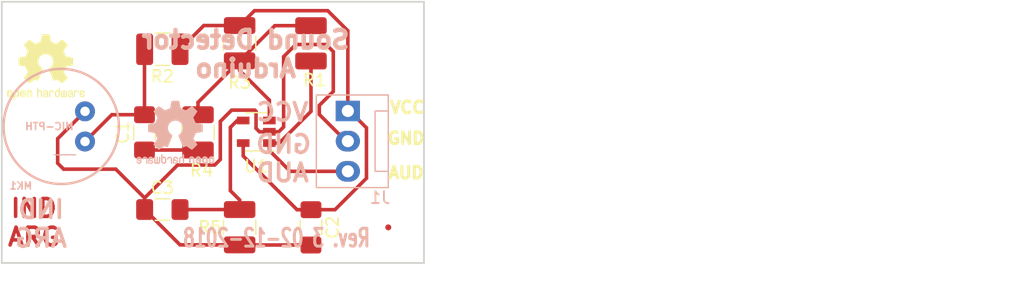
<source format=kicad_pcb>
(kicad_pcb (version 20171130) (host pcbnew "(5.0.0)")

  (general
    (thickness 1.6)
    (drawings 17)
    (tracks 76)
    (zones 0)
    (modules 17)
    (nets 8)
  )

  (page A4)
  (title_block
    (title "Arduino Microphone")
    (date 2018-10-31)
    (rev 2)
    (company CESE)
    (comment 1 "TP Final Materia Diseño de PCBs")
    (comment 2 "Ignacio Lombardi")
  )

  (layers
    (0 F.Cu signal)
    (31 B.Cu signal)
    (32 B.Adhes user)
    (33 F.Adhes user)
    (34 B.Paste user)
    (35 F.Paste user)
    (36 B.SilkS user hide)
    (37 F.SilkS user hide)
    (38 B.Mask user)
    (39 F.Mask user)
    (40 Dwgs.User user)
    (41 Cmts.User user)
    (42 Eco1.User user)
    (43 Eco2.User user)
    (44 Edge.Cuts user)
    (45 Margin user)
    (46 B.CrtYd user)
    (47 F.CrtYd user)
    (48 B.Fab user)
    (49 F.Fab user)
  )

  (setup
    (last_trace_width 0.3)
    (trace_clearance 0.4)
    (zone_clearance 0.508)
    (zone_45_only no)
    (trace_min 0.2)
    (segment_width 0.2)
    (edge_width 0.15)
    (via_size 0.8)
    (via_drill 0.4)
    (via_min_size 0.4)
    (via_min_drill 0.3)
    (uvia_size 0.3)
    (uvia_drill 0.1)
    (uvias_allowed no)
    (uvia_min_size 0.2)
    (uvia_min_drill 0.1)
    (pcb_text_width 0.3)
    (pcb_text_size 1.5 1.5)
    (mod_edge_width 0.15)
    (mod_text_size 1 1)
    (mod_text_width 0.15)
    (pad_size 1.524 1.524)
    (pad_drill 0.762)
    (pad_to_mask_clearance 0.2)
    (aux_axis_origin 0 0)
    (visible_elements 7FFFFFFF)
    (pcbplotparams
      (layerselection 0x010fc_ffffffff)
      (usegerberextensions false)
      (usegerberattributes false)
      (usegerberadvancedattributes false)
      (creategerberjobfile false)
      (excludeedgelayer true)
      (linewidth 0.100000)
      (plotframeref false)
      (viasonmask false)
      (mode 1)
      (useauxorigin false)
      (hpglpennumber 1)
      (hpglpenspeed 20)
      (hpglpendiameter 15.000000)
      (psnegative false)
      (psa4output false)
      (plotreference true)
      (plotvalue true)
      (plotinvisibletext false)
      (padsonsilk false)
      (subtractmaskfromsilk false)
      (outputformat 1)
      (mirror false)
      (drillshape 1)
      (scaleselection 1)
      (outputdirectory ""))
  )

  (net 0 "")
  (net 1 "Net-(C1-Pad1)")
  (net 2 "Net-(C1-Pad2)")
  (net 3 VCC)
  (net 4 GND)
  (net 5 "Net-(C3-Pad2)")
  (net 6 "Net-(J1-Pad3)")
  (net 7 "Net-(R1-Pad2)")

  (net_class Default "This is the default net class."
    (clearance 0.4)
    (trace_width 0.3)
    (via_dia 0.8)
    (via_drill 0.4)
    (uvia_dia 0.3)
    (uvia_drill 0.1)
    (add_net GND)
    (add_net "Net-(C1-Pad1)")
    (add_net "Net-(C1-Pad2)")
    (add_net "Net-(C3-Pad2)")
    (add_net "Net-(J1-Pad3)")
    (add_net "Net-(R1-Pad2)")
    (add_net VCC)
  )

  (module Connector:FanPinHeader_1x03_P2.54mm_Vertical (layer B.Cu) (tedit 5A19DCDF) (tstamp 5BD85793)
    (at 137.6 81.2 270)
    (descr "3-pin CPU fan Through hole pin header, see http://www.formfactors.org/developer%5Cspecs%5Crev1_2_public.pdf")
    (tags "pin header 3-pin CPU fan")
    (path /5BBFFDFB)
    (fp_text reference J1 (at 7.3 -2.7 180) (layer B.SilkS)
      (effects (font (size 1 1) (thickness 0.15)) (justify mirror))
    )
    (fp_text value Conn_01x03 (at 2.55 -4.5 270) (layer B.Fab)
      (effects (font (size 1 1) (thickness 0.15)) (justify mirror))
    )
    (fp_text user %R (at 2.45 -1.8 270) (layer B.Fab)
      (effects (font (size 1 1) (thickness 0.15)) (justify mirror))
    )
    (fp_line (start -1.35 -3.4) (end -1.35 2.65) (layer B.SilkS) (width 0.12))
    (fp_line (start -1.35 2.65) (end 6.45 2.65) (layer B.SilkS) (width 0.12))
    (fp_line (start 6.45 2.65) (end 6.45 -3.4) (layer B.SilkS) (width 0.12))
    (fp_line (start 6.45 -3.4) (end -1.35 -3.4) (layer B.SilkS) (width 0.12))
    (fp_line (start 5.05 -3.3) (end 5.05 -2.3) (layer B.Fab) (width 0.1))
    (fp_line (start 5.05 -2.3) (end 0 -2.3) (layer B.Fab) (width 0.1))
    (fp_line (start 0 -2.3) (end 0 -3.3) (layer B.Fab) (width 0.1))
    (fp_line (start -1.25 -3.3) (end -1.25 2.55) (layer B.Fab) (width 0.1))
    (fp_line (start -1.25 2.55) (end 6.35 2.55) (layer B.Fab) (width 0.1))
    (fp_line (start 6.35 2.55) (end 6.35 -3.3) (layer B.Fab) (width 0.1))
    (fp_line (start 6.35 -3.3) (end -1.25 -3.3) (layer B.Fab) (width 0.1))
    (fp_line (start 0 -3.3) (end 0 -2.29) (layer B.SilkS) (width 0.12))
    (fp_line (start 0 -2.29) (end 5.08 -2.29) (layer B.SilkS) (width 0.12))
    (fp_line (start 5.08 -2.29) (end 5.08 -3.3) (layer B.SilkS) (width 0.12))
    (fp_line (start -1.75 -3.8) (end -1.75 3.05) (layer B.CrtYd) (width 0.05))
    (fp_line (start -1.75 -3.8) (end 6.85 -3.8) (layer B.CrtYd) (width 0.05))
    (fp_line (start 6.85 3.05) (end -1.75 3.05) (layer B.CrtYd) (width 0.05))
    (fp_line (start 6.85 3.05) (end 6.85 -3.8) (layer B.CrtYd) (width 0.05))
    (pad 1 thru_hole rect (at 0 0 180) (size 2.03 1.73) (drill 1.02) (layers *.Cu *.Mask)
      (net 3 VCC))
    (pad 2 thru_hole oval (at 2.54 0 180) (size 2.03 1.73) (drill 1.02) (layers *.Cu *.Mask)
      (net 4 GND))
    (pad 3 thru_hole oval (at 5.08 0 180) (size 2.03 1.73) (drill 1.02) (layers *.Cu *.Mask)
      (net 6 "Net-(J1-Pad3)"))
    (model ${KISYS3DMOD}/Connector.3dshapes/FanPinHeader_1x03_P2.54mm_Vertical.wrl
      (at (xyz 0 0 0))
      (scale (xyz 1 1 1))
      (rotate (xyz 0 0 0))
    )
  )

  (module Capacitor_SMD:C_1206_3216Metric_Pad1.42x1.75mm_HandSolder (layer F.Cu) (tedit 5B301BBE) (tstamp 5C10AF43)
    (at 120.5 83 90)
    (descr "Capacitor SMD 1206 (3216 Metric), square (rectangular) end terminal, IPC_7351 nominal with elongated pad for handsoldering. (Body size source: http://www.tortai-tech.com/upload/download/2011102023233369053.pdf), generated with kicad-footprint-generator")
    (tags "capacitor handsolder")
    (path /5BBFC8BE)
    (attr smd)
    (fp_text reference C1 (at 0 -1.82 90) (layer F.SilkS)
      (effects (font (size 1 1) (thickness 0.15)))
    )
    (fp_text value 4.7uF (at 0 1.82 90) (layer F.Fab)
      (effects (font (size 1 1) (thickness 0.15)))
    )
    (fp_line (start -1.6 0.8) (end -1.6 -0.8) (layer F.Fab) (width 0.1))
    (fp_line (start -1.6 -0.8) (end 1.6 -0.8) (layer F.Fab) (width 0.1))
    (fp_line (start 1.6 -0.8) (end 1.6 0.8) (layer F.Fab) (width 0.1))
    (fp_line (start 1.6 0.8) (end -1.6 0.8) (layer F.Fab) (width 0.1))
    (fp_line (start -0.602064 -0.91) (end 0.602064 -0.91) (layer F.SilkS) (width 0.12))
    (fp_line (start -0.602064 0.91) (end 0.602064 0.91) (layer F.SilkS) (width 0.12))
    (fp_line (start -2.45 1.12) (end -2.45 -1.12) (layer F.CrtYd) (width 0.05))
    (fp_line (start -2.45 -1.12) (end 2.45 -1.12) (layer F.CrtYd) (width 0.05))
    (fp_line (start 2.45 -1.12) (end 2.45 1.12) (layer F.CrtYd) (width 0.05))
    (fp_line (start 2.45 1.12) (end -2.45 1.12) (layer F.CrtYd) (width 0.05))
    (fp_text user %R (at 0 0 90) (layer F.Fab)
      (effects (font (size 0.8 0.8) (thickness 0.12)))
    )
    (pad 1 smd roundrect (at -1.4875 0 90) (size 1.425 1.75) (layers F.Cu F.Paste F.Mask) (roundrect_rratio 0.175439)
      (net 1 "Net-(C1-Pad1)"))
    (pad 2 smd roundrect (at 1.4875 0 90) (size 1.425 1.75) (layers F.Cu F.Paste F.Mask) (roundrect_rratio 0.175439)
      (net 2 "Net-(C1-Pad2)"))
    (model ${KISYS3DMOD}/Capacitor_SMD.3dshapes/C_1206_3216Metric.wrl
      (at (xyz 0 0 0))
      (scale (xyz 1 1 1))
      (rotate (xyz 0 0 0))
    )
  )

  (module Microphone:MICROPHONE-PTH-9.7MM (layer B.Cu) (tedit 200000) (tstamp 5BCD7361)
    (at 113.5 82.5 180)
    (descr "MICROPHONE - 9.7 MM DIAMETER, PTH")
    (tags "MICROPHONE - 9.7 MM DIAMETER, PTH")
    (path /5BBFC477)
    (attr virtual)
    (fp_text reference MK1 (at 3.4 -5) (layer B.SilkS)
      (effects (font (size 0.6096 0.6096) (thickness 0.127)) (justify mirror))
    )
    (fp_text value MIC-PTH (at 1 0) (layer B.SilkS)
      (effects (font (size 0.6096 0.6096) (thickness 0.127)) (justify mirror))
    )
    (fp_text user - (at 0.11938 -2.29362 180) (layer B.SilkS)
      (effects (font (size 1.27 1.27) (thickness 0.1016)) (justify mirror))
    )
    (fp_text user - (at -0.7493 -2.29362 180) (layer B.SilkS)
      (effects (font (size 1.27 1.27) (thickness 0.1016)) (justify mirror))
    )
    (fp_circle (center 0 0) (end 0 4.84886) (layer B.SilkS) (width 0.2032))
    (pad OUT thru_hole circle (at -1.99898 1.27 180) (size 1.6764 1.6764) (drill 0.79756) (layers *.Cu *.Mask)
      (net 4 GND) (solder_mask_margin 0.1016))
    (pad GND thru_hole circle (at -1.99898 -1.27 180) (size 1.6764 1.6764) (drill 0.79756) (layers *.Cu *.Mask)
      (net 2 "Net-(C1-Pad2)") (solder_mask_margin 0.1016))
  )

  (module Capacitor_SMD:C_1206_3216Metric_Pad1.42x1.75mm_HandSolder (layer F.Cu) (tedit 5B301BBE) (tstamp 5C10AF63)
    (at 122 89.5)
    (descr "Capacitor SMD 1206 (3216 Metric), square (rectangular) end terminal, IPC_7351 nominal with elongated pad for handsoldering. (Body size source: http://www.tortai-tech.com/upload/download/2011102023233369053.pdf), generated with kicad-footprint-generator")
    (tags "capacitor handsolder")
    (path /5BBFCA62)
    (attr smd)
    (fp_text reference C3 (at 0 -1.82) (layer F.SilkS)
      (effects (font (size 1 1) (thickness 0.15)))
    )
    (fp_text value 4.7uF (at 0 1.82) (layer F.Fab)
      (effects (font (size 1 1) (thickness 0.15)))
    )
    (fp_line (start -1.6 0.8) (end -1.6 -0.8) (layer F.Fab) (width 0.1))
    (fp_line (start -1.6 -0.8) (end 1.6 -0.8) (layer F.Fab) (width 0.1))
    (fp_line (start 1.6 -0.8) (end 1.6 0.8) (layer F.Fab) (width 0.1))
    (fp_line (start 1.6 0.8) (end -1.6 0.8) (layer F.Fab) (width 0.1))
    (fp_line (start -0.602064 -0.91) (end 0.602064 -0.91) (layer F.SilkS) (width 0.12))
    (fp_line (start -0.602064 0.91) (end 0.602064 0.91) (layer F.SilkS) (width 0.12))
    (fp_line (start -2.45 1.12) (end -2.45 -1.12) (layer F.CrtYd) (width 0.05))
    (fp_line (start -2.45 -1.12) (end 2.45 -1.12) (layer F.CrtYd) (width 0.05))
    (fp_line (start 2.45 -1.12) (end 2.45 1.12) (layer F.CrtYd) (width 0.05))
    (fp_line (start 2.45 1.12) (end -2.45 1.12) (layer F.CrtYd) (width 0.05))
    (fp_text user %R (at 0 0) (layer F.Fab)
      (effects (font (size 0.8 0.8) (thickness 0.12)))
    )
    (pad 1 smd roundrect (at -1.4875 0) (size 1.425 1.75) (layers F.Cu F.Paste F.Mask) (roundrect_rratio 0.175439)
      (net 4 GND))
    (pad 2 smd roundrect (at 1.4875 0) (size 1.425 1.75) (layers F.Cu F.Paste F.Mask) (roundrect_rratio 0.175439)
      (net 5 "Net-(C3-Pad2)"))
    (model ${KISYS3DMOD}/Capacitor_SMD.3dshapes/C_1206_3216Metric.wrl
      (at (xyz 0 0 0))
      (scale (xyz 1 1 1))
      (rotate (xyz 0 0 0))
    )
  )

  (module Capacitor_SMD:C_1206_3216Metric_Pad1.42x1.75mm_HandSolder (layer F.Cu) (tedit 5B301BBE) (tstamp 5C10AF53)
    (at 134.5 91 270)
    (descr "Capacitor SMD 1206 (3216 Metric), square (rectangular) end terminal, IPC_7351 nominal with elongated pad for handsoldering. (Body size source: http://www.tortai-tech.com/upload/download/2011102023233369053.pdf), generated with kicad-footprint-generator")
    (tags "capacitor handsolder")
    (path /5BBFCACA)
    (attr smd)
    (fp_text reference C2 (at 0 -1.82 270) (layer F.SilkS)
      (effects (font (size 1 1) (thickness 0.15)))
    )
    (fp_text value 0.1uF (at 0 1.82 270) (layer F.Fab)
      (effects (font (size 1 1) (thickness 0.15)))
    )
    (fp_text user %R (at 0 0 270) (layer F.Fab)
      (effects (font (size 0.8 0.8) (thickness 0.12)))
    )
    (fp_line (start 2.45 1.12) (end -2.45 1.12) (layer F.CrtYd) (width 0.05))
    (fp_line (start 2.45 -1.12) (end 2.45 1.12) (layer F.CrtYd) (width 0.05))
    (fp_line (start -2.45 -1.12) (end 2.45 -1.12) (layer F.CrtYd) (width 0.05))
    (fp_line (start -2.45 1.12) (end -2.45 -1.12) (layer F.CrtYd) (width 0.05))
    (fp_line (start -0.602064 0.91) (end 0.602064 0.91) (layer F.SilkS) (width 0.12))
    (fp_line (start -0.602064 -0.91) (end 0.602064 -0.91) (layer F.SilkS) (width 0.12))
    (fp_line (start 1.6 0.8) (end -1.6 0.8) (layer F.Fab) (width 0.1))
    (fp_line (start 1.6 -0.8) (end 1.6 0.8) (layer F.Fab) (width 0.1))
    (fp_line (start -1.6 -0.8) (end 1.6 -0.8) (layer F.Fab) (width 0.1))
    (fp_line (start -1.6 0.8) (end -1.6 -0.8) (layer F.Fab) (width 0.1))
    (pad 2 smd roundrect (at 1.4875 0 270) (size 1.425 1.75) (layers F.Cu F.Paste F.Mask) (roundrect_rratio 0.175439)
      (net 4 GND))
    (pad 1 smd roundrect (at -1.4875 0 270) (size 1.425 1.75) (layers F.Cu F.Paste F.Mask) (roundrect_rratio 0.175439)
      (net 3 VCC))
    (model ${KISYS3DMOD}/Capacitor_SMD.3dshapes/C_1206_3216Metric.wrl
      (at (xyz 0 0 0))
      (scale (xyz 1 1 1))
      (rotate (xyz 0 0 0))
    )
  )

  (module Package_TO_SOT_SMD:SOT-23-5 (layer F.Cu) (tedit 5A02FF57) (tstamp 5BD8590B)
    (at 129.9 82.95 180)
    (descr "5-pin SOT23 package")
    (tags SOT-23-5)
    (path /5BC003F1)
    (clearance 0.3)
    (attr smd)
    (fp_text reference U1 (at 0 -2.9 180) (layer F.SilkS)
      (effects (font (size 1 1) (thickness 0.15)))
    )
    (fp_text value OPA340NA (at 0 2.9 180) (layer F.Fab)
      (effects (font (size 1 1) (thickness 0.15)))
    )
    (fp_text user %R (at 0 0 270) (layer F.Fab)
      (effects (font (size 0.5 0.5) (thickness 0.075)))
    )
    (fp_line (start -0.9 1.61) (end 0.9 1.61) (layer F.SilkS) (width 0.12))
    (fp_line (start 0.9 -1.61) (end -1.55 -1.61) (layer F.SilkS) (width 0.12))
    (fp_line (start -1.9 -1.8) (end 1.9 -1.8) (layer F.CrtYd) (width 0.05))
    (fp_line (start 1.9 -1.8) (end 1.9 1.8) (layer F.CrtYd) (width 0.05))
    (fp_line (start 1.9 1.8) (end -1.9 1.8) (layer F.CrtYd) (width 0.05))
    (fp_line (start -1.9 1.8) (end -1.9 -1.8) (layer F.CrtYd) (width 0.05))
    (fp_line (start -0.9 -0.9) (end -0.25 -1.55) (layer F.Fab) (width 0.1))
    (fp_line (start 0.9 -1.55) (end -0.25 -1.55) (layer F.Fab) (width 0.1))
    (fp_line (start -0.9 -0.9) (end -0.9 1.55) (layer F.Fab) (width 0.1))
    (fp_line (start 0.9 1.55) (end -0.9 1.55) (layer F.Fab) (width 0.1))
    (fp_line (start 0.9 -1.55) (end 0.9 1.55) (layer F.Fab) (width 0.1))
    (pad 1 smd rect (at -1.1 -0.95 180) (size 1.06 0.65) (layers F.Cu F.Paste F.Mask)
      (net 6 "Net-(J1-Pad3)"))
    (pad 2 smd rect (at -1.1 0 180) (size 1.06 0.65) (layers F.Cu F.Paste F.Mask)
      (net 4 GND))
    (pad 3 smd rect (at -1.1 0.95 180) (size 1.06 0.65) (layers F.Cu F.Paste F.Mask)
      (net 7 "Net-(R1-Pad2)"))
    (pad 4 smd rect (at 1.1 0.95 180) (size 1.06 0.65) (layers F.Cu F.Paste F.Mask)
      (net 5 "Net-(C3-Pad2)"))
    (pad 5 smd rect (at 1.1 -0.95 180) (size 1.06 0.65) (layers F.Cu F.Paste F.Mask)
      (net 3 VCC))
    (model ${KISYS3DMOD}/Package_TO_SOT_SMD.3dshapes/SOT-23-5.wrl
      (at (xyz 0 0 0))
      (scale (xyz 1 1 1))
      (rotate (xyz 0 0 0))
    )
  )

  (module Fiducial:Fiducial_0.5mm_Dia_1mm_Outer (layer F.Cu) (tedit 5BDA65BC) (tstamp 5BCD8FD2)
    (at 141 91)
    (descr "Circular Fiducial, 0.5mm bare copper top; 1mm keepout (Level C)")
    (tags marker)
    (path /5BC130B0)
    (attr virtual)
    (fp_text reference MH4 (at -0.2 0.6) (layer F.SilkS) hide
      (effects (font (size 1 1) (thickness 0.15)))
    )
    (fp_text value Fiducial (at 0 1.5) (layer F.Fab)
      (effects (font (size 1 1) (thickness 0.15)))
    )
    (fp_circle (center 0 0) (end 0.5 0) (layer F.Fab) (width 0.1))
    (fp_text user %R (at 0 0) (layer F.Fab)
      (effects (font (size 0.2 0.2) (thickness 0.04)))
    )
    (fp_circle (center 0 0) (end 0.75 0) (layer F.CrtYd) (width 0.05))
    (pad ~ smd circle (at 0 0) (size 0.5 0.5) (layers F.Cu F.Mask)
      (solder_mask_margin 0.25) (clearance 0.25))
  )

  (module MountingHole:MountingHole_2.5mm (layer F.Cu) (tedit 5BDA6571) (tstamp 5BCD93D4)
    (at 141 75)
    (descr "Mounting Hole 2.5mm, no annular")
    (tags "mounting hole 2.5mm no annular")
    (path /5BC1C9E3)
    (attr virtual)
    (fp_text reference MH2 (at -0.2 -0.4) (layer F.SilkS) hide
      (effects (font (size 1 1) (thickness 0.15)))
    )
    (fp_text value MountingHole (at 0 3.5) (layer F.Fab)
      (effects (font (size 1 1) (thickness 0.15)))
    )
    (fp_circle (center 0 0) (end 2.75 0) (layer F.CrtYd) (width 0.05))
    (fp_circle (center 0 0) (end 2.5 0) (layer Cmts.User) (width 0.15))
    (fp_text user %R (at 0.3 0) (layer F.Fab)
      (effects (font (size 1 1) (thickness 0.15)))
    )
    (pad 1 np_thru_hole circle (at 0 0) (size 2.5 2.5) (drill 2.5) (layers *.Cu *.Mask))
  )

  (module MountingHole:MountingHole_2.5mm (layer F.Cu) (tedit 5BDA6594) (tstamp 5BCD734B)
    (at 116.5 90)
    (descr "Mounting Hole 2.5mm, no annular")
    (tags "mounting hole 2.5mm no annular")
    (path /5BC1C841)
    (attr virtual)
    (fp_text reference MH1 (at -0.5 0.2) (layer F.SilkS) hide
      (effects (font (size 1 1) (thickness 0.15)))
    )
    (fp_text value MountingHole (at 0 3.5) (layer F.Fab)
      (effects (font (size 1 1) (thickness 0.15)))
    )
    (fp_text user %R (at 0.3 0) (layer F.Fab)
      (effects (font (size 1 1) (thickness 0.15)))
    )
    (fp_circle (center 0 0) (end 2.5 0) (layer Cmts.User) (width 0.15))
    (fp_circle (center 0 0) (end 2.75 0) (layer F.CrtYd) (width 0.05))
    (pad 1 np_thru_hole circle (at 0 0) (size 2.5 2.5) (drill 2.5) (layers *.Cu *.Mask))
  )

  (module MountingHole:MountingHole_2.5mm (layer F.Cu) (tedit 5BDA659B) (tstamp 5BCD94A0)
    (at 116.5 75)
    (descr "Mounting Hole 2.5mm, no annular")
    (tags "mounting hole 2.5mm no annular")
    (path /5BC1CFA6)
    (attr virtual)
    (fp_text reference MH3 (at 0 -1) (layer F.SilkS) hide
      (effects (font (size 1 1) (thickness 0.15)))
    )
    (fp_text value MountingHole (at 0 2) (layer F.Fab)
      (effects (font (size 1 1) (thickness 0.15)))
    )
    (fp_text user %R (at 0.3 0) (layer F.Fab)
      (effects (font (size 1 1) (thickness 0.15)))
    )
    (fp_circle (center 0 0) (end 2.5 0) (layer Cmts.User) (width 0.15))
    (fp_circle (center 0 0) (end 2.75 0) (layer F.CrtYd) (width 0.05))
    (pad 1 np_thru_hole circle (at 0 0) (size 2.5 2.5) (drill 2.5) (layers *.Cu *.Mask))
  )

  (module Resistor_SMD:R_1210_3225Metric_Pad1.42x2.65mm_HandSolder (layer F.Cu) (tedit 5B301BBD) (tstamp 5BCD7108)
    (at 134.5 75.5 90)
    (descr "Resistor SMD 1210 (3225 Metric), square (rectangular) end terminal, IPC_7351 nominal with elongated pad for handsoldering. (Body size source: http://www.tortai-tech.com/upload/download/2011102023233369053.pdf), generated with kicad-footprint-generator")
    (tags "resistor handsolder")
    (path /5BBFC848)
    (attr smd)
    (fp_text reference R1 (at -3.1 0.3 180) (layer F.SilkS)
      (effects (font (size 1 1) (thickness 0.15)))
    )
    (fp_text value 820k (at 0 2.28 90) (layer F.Fab)
      (effects (font (size 1 1) (thickness 0.15)))
    )
    (fp_line (start -1.6 1.25) (end -1.6 -1.25) (layer F.Fab) (width 0.1))
    (fp_line (start -1.6 -1.25) (end 1.6 -1.25) (layer F.Fab) (width 0.1))
    (fp_line (start 1.6 -1.25) (end 1.6 1.25) (layer F.Fab) (width 0.1))
    (fp_line (start 1.6 1.25) (end -1.6 1.25) (layer F.Fab) (width 0.1))
    (fp_line (start -0.602064 -1.36) (end 0.602064 -1.36) (layer F.SilkS) (width 0.12))
    (fp_line (start -0.602064 1.36) (end 0.602064 1.36) (layer F.SilkS) (width 0.12))
    (fp_line (start -2.45 1.58) (end -2.45 -1.58) (layer F.CrtYd) (width 0.05))
    (fp_line (start -2.45 -1.58) (end 2.45 -1.58) (layer F.CrtYd) (width 0.05))
    (fp_line (start 2.45 -1.58) (end 2.45 1.58) (layer F.CrtYd) (width 0.05))
    (fp_line (start 2.45 1.58) (end -2.45 1.58) (layer F.CrtYd) (width 0.05))
    (fp_text user %R (at 0 0 270) (layer F.Fab)
      (effects (font (size 0.8 0.8) (thickness 0.12)))
    )
    (pad 1 smd roundrect (at -1.4875 0 90) (size 1.425 2.65) (layers F.Cu F.Paste F.Mask) (roundrect_rratio 0.175439)
      (net 6 "Net-(J1-Pad3)"))
    (pad 2 smd roundrect (at 1.4875 0 90) (size 1.425 2.65) (layers F.Cu F.Paste F.Mask) (roundrect_rratio 0.175439)
      (net 7 "Net-(R1-Pad2)"))
    (model ${KISYS3DMOD}/Resistor_SMD.3dshapes/R_1210_3225Metric.wrl
      (at (xyz 0 0 0))
      (scale (xyz 1 1 1))
      (rotate (xyz 0 0 0))
    )
  )

  (module Resistor_SMD:R_1210_3225Metric_Pad1.42x2.65mm_HandSolder (layer F.Cu) (tedit 5B301BBD) (tstamp 5BCD6F28)
    (at 122 76 180)
    (descr "Resistor SMD 1210 (3225 Metric), square (rectangular) end terminal, IPC_7351 nominal with elongated pad for handsoldering. (Body size source: http://www.tortai-tech.com/upload/download/2011102023233369053.pdf), generated with kicad-footprint-generator")
    (tags "resistor handsolder")
    (path /5BBFC58B)
    (attr smd)
    (fp_text reference R2 (at 0 -2.28 180) (layer F.SilkS)
      (effects (font (size 1 1) (thickness 0.15)))
    )
    (fp_text value 2.2k (at 0 2.28 180) (layer F.Fab)
      (effects (font (size 1 1) (thickness 0.15)))
    )
    (fp_line (start -1.6 1.25) (end -1.6 -1.25) (layer F.Fab) (width 0.1))
    (fp_line (start -1.6 -1.25) (end 1.6 -1.25) (layer F.Fab) (width 0.1))
    (fp_line (start 1.6 -1.25) (end 1.6 1.25) (layer F.Fab) (width 0.1))
    (fp_line (start 1.6 1.25) (end -1.6 1.25) (layer F.Fab) (width 0.1))
    (fp_line (start -0.602064 -1.36) (end 0.602064 -1.36) (layer F.SilkS) (width 0.12))
    (fp_line (start -0.602064 1.36) (end 0.602064 1.36) (layer F.SilkS) (width 0.12))
    (fp_line (start -2.45 1.58) (end -2.45 -1.58) (layer F.CrtYd) (width 0.05))
    (fp_line (start -2.45 -1.58) (end 2.45 -1.58) (layer F.CrtYd) (width 0.05))
    (fp_line (start 2.45 -1.58) (end 2.45 1.58) (layer F.CrtYd) (width 0.05))
    (fp_line (start 2.45 1.58) (end -2.45 1.58) (layer F.CrtYd) (width 0.05))
    (fp_text user %R (at 0 0) (layer F.Fab)
      (effects (font (size 0.8 0.8) (thickness 0.12)))
    )
    (pad 1 smd roundrect (at -1.4875 0 180) (size 1.425 2.65) (layers F.Cu F.Paste F.Mask) (roundrect_rratio 0.175439)
      (net 3 VCC))
    (pad 2 smd roundrect (at 1.4875 0 180) (size 1.425 2.65) (layers F.Cu F.Paste F.Mask) (roundrect_rratio 0.175439)
      (net 2 "Net-(C1-Pad2)"))
    (model ${KISYS3DMOD}/Resistor_SMD.3dshapes/R_1210_3225Metric.wrl
      (at (xyz 0 0 0))
      (scale (xyz 1 1 1))
      (rotate (xyz 0 0 0))
    )
  )

  (module Resistor_SMD:R_1210_3225Metric_Pad1.42x2.65mm_HandSolder (layer F.Cu) (tedit 5B301BBD) (tstamp 5BCD78DE)
    (at 128.5 75.4875 270)
    (descr "Resistor SMD 1210 (3225 Metric), square (rectangular) end terminal, IPC_7351 nominal with elongated pad for handsoldering. (Body size source: http://www.tortai-tech.com/upload/download/2011102023233369053.pdf), generated with kicad-footprint-generator")
    (tags "resistor handsolder")
    (path /5BBFC69D)
    (attr smd)
    (fp_text reference R3 (at 3.3125 0) (layer F.SilkS)
      (effects (font (size 1 1) (thickness 0.15)))
    )
    (fp_text value 10k (at 0 2.28 270) (layer F.Fab)
      (effects (font (size 1 1) (thickness 0.15)))
    )
    (fp_text user %R (at 0 0 270) (layer F.Fab)
      (effects (font (size 0.8 0.8) (thickness 0.12)))
    )
    (fp_line (start 2.45 1.58) (end -2.45 1.58) (layer F.CrtYd) (width 0.05))
    (fp_line (start 2.45 -1.58) (end 2.45 1.58) (layer F.CrtYd) (width 0.05))
    (fp_line (start -2.45 -1.58) (end 2.45 -1.58) (layer F.CrtYd) (width 0.05))
    (fp_line (start -2.45 1.58) (end -2.45 -1.58) (layer F.CrtYd) (width 0.05))
    (fp_line (start -0.602064 1.36) (end 0.602064 1.36) (layer F.SilkS) (width 0.12))
    (fp_line (start -0.602064 -1.36) (end 0.602064 -1.36) (layer F.SilkS) (width 0.12))
    (fp_line (start 1.6 1.25) (end -1.6 1.25) (layer F.Fab) (width 0.1))
    (fp_line (start 1.6 -1.25) (end 1.6 1.25) (layer F.Fab) (width 0.1))
    (fp_line (start -1.6 -1.25) (end 1.6 -1.25) (layer F.Fab) (width 0.1))
    (fp_line (start -1.6 1.25) (end -1.6 -1.25) (layer F.Fab) (width 0.1))
    (pad 2 smd roundrect (at 1.4875 0 270) (size 1.425 2.65) (layers F.Cu F.Paste F.Mask) (roundrect_rratio 0.175439)
      (net 7 "Net-(R1-Pad2)"))
    (pad 1 smd roundrect (at -1.4875 0 270) (size 1.425 2.65) (layers F.Cu F.Paste F.Mask) (roundrect_rratio 0.175439)
      (net 3 VCC))
    (model ${KISYS3DMOD}/Resistor_SMD.3dshapes/R_1210_3225Metric.wrl
      (at (xyz 0 0 0))
      (scale (xyz 1 1 1))
      (rotate (xyz 0 0 0))
    )
  )

  (module Resistor_SMD:R_1210_3225Metric_Pad1.42x2.65mm_HandSolder (layer F.Cu) (tedit 5B301BBD) (tstamp 5BCD7A15)
    (at 125 83 270)
    (descr "Resistor SMD 1210 (3225 Metric), square (rectangular) end terminal, IPC_7351 nominal with elongated pad for handsoldering. (Body size source: http://www.tortai-tech.com/upload/download/2011102023233369053.pdf), generated with kicad-footprint-generator")
    (tags "resistor handsolder")
    (path /5BBFC763)
    (attr smd)
    (fp_text reference R4 (at 3.2 -0.3) (layer F.SilkS)
      (effects (font (size 1 1) (thickness 0.15)))
    )
    (fp_text value 10k (at 0 2.28 270) (layer F.Fab)
      (effects (font (size 1 1) (thickness 0.15)))
    )
    (fp_line (start -1.6 1.25) (end -1.6 -1.25) (layer F.Fab) (width 0.1))
    (fp_line (start -1.6 -1.25) (end 1.6 -1.25) (layer F.Fab) (width 0.1))
    (fp_line (start 1.6 -1.25) (end 1.6 1.25) (layer F.Fab) (width 0.1))
    (fp_line (start 1.6 1.25) (end -1.6 1.25) (layer F.Fab) (width 0.1))
    (fp_line (start -0.602064 -1.36) (end 0.602064 -1.36) (layer F.SilkS) (width 0.12))
    (fp_line (start -0.602064 1.36) (end 0.602064 1.36) (layer F.SilkS) (width 0.12))
    (fp_line (start -2.45 1.58) (end -2.45 -1.58) (layer F.CrtYd) (width 0.05))
    (fp_line (start -2.45 -1.58) (end 2.45 -1.58) (layer F.CrtYd) (width 0.05))
    (fp_line (start 2.45 -1.58) (end 2.45 1.58) (layer F.CrtYd) (width 0.05))
    (fp_line (start 2.45 1.58) (end -2.45 1.58) (layer F.CrtYd) (width 0.05))
    (fp_text user %R (at 0 0 270) (layer F.Fab)
      (effects (font (size 0.8 0.8) (thickness 0.12)))
    )
    (pad 1 smd roundrect (at -1.4875 0 270) (size 1.425 2.65) (layers F.Cu F.Paste F.Mask) (roundrect_rratio 0.175439)
      (net 7 "Net-(R1-Pad2)"))
    (pad 2 smd roundrect (at 1.4875 0 270) (size 1.425 2.65) (layers F.Cu F.Paste F.Mask) (roundrect_rratio 0.175439)
      (net 1 "Net-(C1-Pad1)"))
    (model ${KISYS3DMOD}/Resistor_SMD.3dshapes/R_1210_3225Metric.wrl
      (at (xyz 0 0 0))
      (scale (xyz 1 1 1))
      (rotate (xyz 0 0 0))
    )
  )

  (module Resistor_SMD:R_1210_3225Metric_Pad1.42x2.65mm_HandSolder (layer F.Cu) (tedit 5B301BBD) (tstamp 5BD85943)
    (at 128.5 90.9875 270)
    (descr "Resistor SMD 1210 (3225 Metric), square (rectangular) end terminal, IPC_7351 nominal with elongated pad for handsoldering. (Body size source: http://www.tortai-tech.com/upload/download/2011102023233369053.pdf), generated with kicad-footprint-generator")
    (tags "resistor handsolder")
    (path /5BBFC808)
    (attr smd)
    (fp_text reference R5 (at 0.0125 2.5) (layer F.SilkS)
      (effects (font (size 1 1) (thickness 0.15)))
    )
    (fp_text value 10k (at 0 2.28 270) (layer F.Fab)
      (effects (font (size 1 1) (thickness 0.15)))
    )
    (fp_text user %R (at 0 0 90) (layer F.Fab)
      (effects (font (size 0.8 0.8) (thickness 0.12)))
    )
    (fp_line (start 2.45 1.58) (end -2.45 1.58) (layer F.CrtYd) (width 0.05))
    (fp_line (start 2.45 -1.58) (end 2.45 1.58) (layer F.CrtYd) (width 0.05))
    (fp_line (start -2.45 -1.58) (end 2.45 -1.58) (layer F.CrtYd) (width 0.05))
    (fp_line (start -2.45 1.58) (end -2.45 -1.58) (layer F.CrtYd) (width 0.05))
    (fp_line (start -0.602064 1.36) (end 0.602064 1.36) (layer F.SilkS) (width 0.12))
    (fp_line (start -0.602064 -1.36) (end 0.602064 -1.36) (layer F.SilkS) (width 0.12))
    (fp_line (start 1.6 1.25) (end -1.6 1.25) (layer F.Fab) (width 0.1))
    (fp_line (start 1.6 -1.25) (end 1.6 1.25) (layer F.Fab) (width 0.1))
    (fp_line (start -1.6 -1.25) (end 1.6 -1.25) (layer F.Fab) (width 0.1))
    (fp_line (start -1.6 1.25) (end -1.6 -1.25) (layer F.Fab) (width 0.1))
    (pad 2 smd roundrect (at 1.4875 0 270) (size 1.425 2.65) (layers F.Cu F.Paste F.Mask) (roundrect_rratio 0.175439)
      (net 4 GND))
    (pad 1 smd roundrect (at -1.4875 0 270) (size 1.425 2.65) (layers F.Cu F.Paste F.Mask) (roundrect_rratio 0.175439)
      (net 5 "Net-(C3-Pad2)"))
    (model ${KISYS3DMOD}/Resistor_SMD.3dshapes/R_1210_3225Metric.wrl
      (at (xyz 0 0 0))
      (scale (xyz 1 1 1))
      (rotate (xyz 0 0 0))
    )
  )

  (module Symbol:OSHW-Logo2_7.3x6mm_SilkScreen (layer F.Cu) (tedit 0) (tstamp 5C1CC73C)
    (at 112.2 77.5)
    (descr "Open Source Hardware Symbol")
    (tags "Logo Symbol OSHW")
    (attr virtual)
    (fp_text reference REF** (at 0 0) (layer F.SilkS) hide
      (effects (font (size 1 1) (thickness 0.15)))
    )
    (fp_text value OSHW-Logo2_7.3x6mm_SilkScreen (at 0.75 0) (layer F.Fab) hide
      (effects (font (size 1 1) (thickness 0.15)))
    )
    (fp_poly (pts (xy 0.10391 -2.757652) (xy 0.182454 -2.757222) (xy 0.239298 -2.756058) (xy 0.278105 -2.753793)
      (xy 0.302538 -2.75006) (xy 0.316262 -2.744494) (xy 0.32294 -2.736727) (xy 0.326236 -2.726395)
      (xy 0.326556 -2.725057) (xy 0.331562 -2.700921) (xy 0.340829 -2.653299) (xy 0.353392 -2.587259)
      (xy 0.368287 -2.507872) (xy 0.384551 -2.420204) (xy 0.385119 -2.417125) (xy 0.40141 -2.331211)
      (xy 0.416652 -2.255304) (xy 0.429861 -2.193955) (xy 0.440054 -2.151718) (xy 0.446248 -2.133145)
      (xy 0.446543 -2.132816) (xy 0.464788 -2.123747) (xy 0.502405 -2.108633) (xy 0.551271 -2.090738)
      (xy 0.551543 -2.090642) (xy 0.613093 -2.067507) (xy 0.685657 -2.038035) (xy 0.754057 -2.008403)
      (xy 0.757294 -2.006938) (xy 0.868702 -1.956374) (xy 1.115399 -2.12484) (xy 1.191077 -2.176197)
      (xy 1.259631 -2.222111) (xy 1.317088 -2.25997) (xy 1.359476 -2.287163) (xy 1.382825 -2.301079)
      (xy 1.385042 -2.302111) (xy 1.40201 -2.297516) (xy 1.433701 -2.275345) (xy 1.481352 -2.234553)
      (xy 1.546198 -2.174095) (xy 1.612397 -2.109773) (xy 1.676214 -2.046388) (xy 1.733329 -1.988549)
      (xy 1.780305 -1.939825) (xy 1.813703 -1.90379) (xy 1.830085 -1.884016) (xy 1.830694 -1.882998)
      (xy 1.832505 -1.869428) (xy 1.825683 -1.847267) (xy 1.80854 -1.813522) (xy 1.779393 -1.7652)
      (xy 1.736555 -1.699308) (xy 1.679448 -1.614483) (xy 1.628766 -1.539823) (xy 1.583461 -1.47286)
      (xy 1.54615 -1.417484) (xy 1.519452 -1.37758) (xy 1.505985 -1.357038) (xy 1.505137 -1.355644)
      (xy 1.506781 -1.335962) (xy 1.519245 -1.297707) (xy 1.540048 -1.248111) (xy 1.547462 -1.232272)
      (xy 1.579814 -1.16171) (xy 1.614328 -1.081647) (xy 1.642365 -1.012371) (xy 1.662568 -0.960955)
      (xy 1.678615 -0.921881) (xy 1.687888 -0.901459) (xy 1.689041 -0.899886) (xy 1.706096 -0.897279)
      (xy 1.746298 -0.890137) (xy 1.804302 -0.879477) (xy 1.874763 -0.866315) (xy 1.952335 -0.851667)
      (xy 2.031672 -0.836551) (xy 2.107431 -0.821982) (xy 2.174264 -0.808978) (xy 2.226828 -0.798555)
      (xy 2.259776 -0.79173) (xy 2.267857 -0.789801) (xy 2.276205 -0.785038) (xy 2.282506 -0.774282)
      (xy 2.287045 -0.753902) (xy 2.290104 -0.720266) (xy 2.291967 -0.669745) (xy 2.292918 -0.598708)
      (xy 2.29324 -0.503524) (xy 2.293257 -0.464508) (xy 2.293257 -0.147201) (xy 2.217057 -0.132161)
      (xy 2.174663 -0.124005) (xy 2.1114 -0.112101) (xy 2.034962 -0.097884) (xy 1.953043 -0.08279)
      (xy 1.9304 -0.078645) (xy 1.854806 -0.063947) (xy 1.788953 -0.049495) (xy 1.738366 -0.036625)
      (xy 1.708574 -0.026678) (xy 1.703612 -0.023713) (xy 1.691426 -0.002717) (xy 1.673953 0.037967)
      (xy 1.654577 0.090322) (xy 1.650734 0.1016) (xy 1.625339 0.171523) (xy 1.593817 0.250418)
      (xy 1.562969 0.321266) (xy 1.562817 0.321595) (xy 1.511447 0.432733) (xy 1.680399 0.681253)
      (xy 1.849352 0.929772) (xy 1.632429 1.147058) (xy 1.566819 1.211726) (xy 1.506979 1.268733)
      (xy 1.456267 1.315033) (xy 1.418046 1.347584) (xy 1.395675 1.363343) (xy 1.392466 1.364343)
      (xy 1.373626 1.356469) (xy 1.33518 1.334578) (xy 1.28133 1.301267) (xy 1.216276 1.259131)
      (xy 1.14594 1.211943) (xy 1.074555 1.16381) (xy 1.010908 1.121928) (xy 0.959041 1.088871)
      (xy 0.922995 1.067218) (xy 0.906867 1.059543) (xy 0.887189 1.066037) (xy 0.849875 1.08315)
      (xy 0.802621 1.107326) (xy 0.797612 1.110013) (xy 0.733977 1.141927) (xy 0.690341 1.157579)
      (xy 0.663202 1.157745) (xy 0.649057 1.143204) (xy 0.648975 1.143) (xy 0.641905 1.125779)
      (xy 0.625042 1.084899) (xy 0.599695 1.023525) (xy 0.567171 0.944819) (xy 0.528778 0.851947)
      (xy 0.485822 0.748072) (xy 0.444222 0.647502) (xy 0.398504 0.536516) (xy 0.356526 0.433703)
      (xy 0.319548 0.342215) (xy 0.288827 0.265201) (xy 0.265622 0.205815) (xy 0.25119 0.167209)
      (xy 0.246743 0.1528) (xy 0.257896 0.136272) (xy 0.287069 0.10993) (xy 0.325971 0.080887)
      (xy 0.436757 -0.010961) (xy 0.523351 -0.116241) (xy 0.584716 -0.232734) (xy 0.619815 -0.358224)
      (xy 0.627608 -0.490493) (xy 0.621943 -0.551543) (xy 0.591078 -0.678205) (xy 0.53792 -0.790059)
      (xy 0.465767 -0.885999) (xy 0.377917 -0.964924) (xy 0.277665 -1.02573) (xy 0.16831 -1.067313)
      (xy 0.053147 -1.088572) (xy -0.064525 -1.088401) (xy -0.18141 -1.065699) (xy -0.294211 -1.019362)
      (xy -0.399631 -0.948287) (xy -0.443632 -0.908089) (xy -0.528021 -0.804871) (xy -0.586778 -0.692075)
      (xy -0.620296 -0.57299) (xy -0.628965 -0.450905) (xy -0.613177 -0.329107) (xy -0.573322 -0.210884)
      (xy -0.509793 -0.099525) (xy -0.422979 0.001684) (xy -0.325971 0.080887) (xy -0.285563 0.111162)
      (xy -0.257018 0.137219) (xy -0.246743 0.152825) (xy -0.252123 0.169843) (xy -0.267425 0.2105)
      (xy -0.291388 0.271642) (xy -0.322756 0.350119) (xy -0.360268 0.44278) (xy -0.402667 0.546472)
      (xy -0.444337 0.647526) (xy -0.49031 0.758607) (xy -0.532893 0.861541) (xy -0.570779 0.953165)
      (xy -0.60266 1.030316) (xy -0.627229 1.089831) (xy -0.64318 1.128544) (xy -0.64909 1.143)
      (xy -0.663052 1.157685) (xy -0.69006 1.157642) (xy -0.733587 1.142099) (xy -0.79711 1.110284)
      (xy -0.797612 1.110013) (xy -0.84544 1.085323) (xy -0.884103 1.067338) (xy -0.905905 1.059614)
      (xy -0.906867 1.059543) (xy -0.923279 1.067378) (xy -0.959513 1.089165) (xy -1.011526 1.122328)
      (xy -1.075275 1.164291) (xy -1.14594 1.211943) (xy -1.217884 1.260191) (xy -1.282726 1.302151)
      (xy -1.336265 1.335227) (xy -1.374303 1.356821) (xy -1.392467 1.364343) (xy -1.409192 1.354457)
      (xy -1.44282 1.326826) (xy -1.48999 1.284495) (xy -1.547342 1.230505) (xy -1.611516 1.167899)
      (xy -1.632503 1.146983) (xy -1.849501 0.929623) (xy -1.684332 0.68722) (xy -1.634136 0.612781)
      (xy -1.590081 0.545972) (xy -1.554638 0.490665) (xy -1.530281 0.450729) (xy -1.519478 0.430036)
      (xy -1.519162 0.428563) (xy -1.524857 0.409058) (xy -1.540174 0.369822) (xy -1.562463 0.31743)
      (xy -1.578107 0.282355) (xy -1.607359 0.215201) (xy -1.634906 0.147358) (xy -1.656263 0.090034)
      (xy -1.662065 0.072572) (xy -1.678548 0.025938) (xy -1.69466 -0.010095) (xy -1.70351 -0.023713)
      (xy -1.72304 -0.032048) (xy -1.765666 -0.043863) (xy -1.825855 -0.057819) (xy -1.898078 -0.072578)
      (xy -1.9304 -0.078645) (xy -2.012478 -0.093727) (xy -2.091205 -0.108331) (xy -2.158891 -0.12102)
      (xy -2.20784 -0.130358) (xy -2.217057 -0.132161) (xy -2.293257 -0.147201) (xy -2.293257 -0.464508)
      (xy -2.293086 -0.568846) (xy -2.292384 -0.647787) (xy -2.290866 -0.704962) (xy -2.288251 -0.744001)
      (xy -2.284254 -0.768535) (xy -2.278591 -0.782195) (xy -2.27098 -0.788611) (xy -2.267857 -0.789801)
      (xy -2.249022 -0.79402) (xy -2.207412 -0.802438) (xy -2.14837 -0.814039) (xy -2.077243 -0.827805)
      (xy -1.999375 -0.84272) (xy -1.920113 -0.857768) (xy -1.844802 -0.871931) (xy -1.778787 -0.884194)
      (xy -1.727413 -0.893539) (xy -1.696025 -0.89895) (xy -1.689041 -0.899886) (xy -1.682715 -0.912404)
      (xy -1.66871 -0.945754) (xy -1.649645 -0.993623) (xy -1.642366 -1.012371) (xy -1.613004 -1.084805)
      (xy -1.578429 -1.16483) (xy -1.547463 -1.232272) (xy -1.524677 -1.283841) (xy -1.509518 -1.326215)
      (xy -1.504458 -1.352166) (xy -1.505264 -1.355644) (xy -1.515959 -1.372064) (xy -1.54038 -1.408583)
      (xy -1.575905 -1.461313) (xy -1.619913 -1.526365) (xy -1.669783 -1.599849) (xy -1.679644 -1.614355)
      (xy -1.737508 -1.700296) (xy -1.780044 -1.765739) (xy -1.808946 -1.813696) (xy -1.82591 -1.84718)
      (xy -1.832633 -1.869205) (xy -1.83081 -1.882783) (xy -1.830764 -1.882869) (xy -1.816414 -1.900703)
      (xy -1.784677 -1.935183) (xy -1.73899 -1.982732) (xy -1.682796 -2.039778) (xy -1.619532 -2.102745)
      (xy -1.612398 -2.109773) (xy -1.53267 -2.18698) (xy -1.471143 -2.24367) (xy -1.426579 -2.28089)
      (xy -1.397743 -2.299685) (xy -1.385042 -2.302111) (xy -1.366506 -2.291529) (xy -1.328039 -2.267084)
      (xy -1.273614 -2.231388) (xy -1.207202 -2.187053) (xy -1.132775 -2.136689) (xy -1.115399 -2.12484)
      (xy -0.868703 -1.956374) (xy -0.757294 -2.006938) (xy -0.689543 -2.036405) (xy -0.616817 -2.066041)
      (xy -0.554297 -2.08967) (xy -0.551543 -2.090642) (xy -0.50264 -2.108543) (xy -0.464943 -2.12368)
      (xy -0.446575 -2.13279) (xy -0.446544 -2.132816) (xy -0.440715 -2.149283) (xy -0.430808 -2.189781)
      (xy -0.417805 -2.249758) (xy -0.402691 -2.32466) (xy -0.386448 -2.409936) (xy -0.385119 -2.417125)
      (xy -0.368825 -2.504986) (xy -0.353867 -2.58474) (xy -0.341209 -2.651319) (xy -0.331814 -2.699653)
      (xy -0.326646 -2.724675) (xy -0.326556 -2.725057) (xy -0.323411 -2.735701) (xy -0.317296 -2.743738)
      (xy -0.304547 -2.749533) (xy -0.2815 -2.753453) (xy -0.244491 -2.755865) (xy -0.189856 -2.757135)
      (xy -0.113933 -2.757629) (xy -0.013056 -2.757714) (xy 0 -2.757714) (xy 0.10391 -2.757652)) (layer F.SilkS) (width 0.01))
    (fp_poly (pts (xy 3.153595 1.966966) (xy 3.211021 2.004497) (xy 3.238719 2.038096) (xy 3.260662 2.099064)
      (xy 3.262405 2.147308) (xy 3.258457 2.211816) (xy 3.109686 2.276934) (xy 3.037349 2.310202)
      (xy 2.990084 2.336964) (xy 2.965507 2.360144) (xy 2.961237 2.382667) (xy 2.974889 2.407455)
      (xy 2.989943 2.423886) (xy 3.033746 2.450235) (xy 3.081389 2.452081) (xy 3.125145 2.431546)
      (xy 3.157289 2.390752) (xy 3.163038 2.376347) (xy 3.190576 2.331356) (xy 3.222258 2.312182)
      (xy 3.265714 2.295779) (xy 3.265714 2.357966) (xy 3.261872 2.400283) (xy 3.246823 2.435969)
      (xy 3.21528 2.476943) (xy 3.210592 2.482267) (xy 3.175506 2.51872) (xy 3.145347 2.538283)
      (xy 3.107615 2.547283) (xy 3.076335 2.55023) (xy 3.020385 2.550965) (xy 2.980555 2.54166)
      (xy 2.955708 2.527846) (xy 2.916656 2.497467) (xy 2.889625 2.464613) (xy 2.872517 2.423294)
      (xy 2.863238 2.367521) (xy 2.859693 2.291305) (xy 2.85941 2.252622) (xy 2.860372 2.206247)
      (xy 2.948007 2.206247) (xy 2.949023 2.231126) (xy 2.951556 2.2352) (xy 2.968274 2.229665)
      (xy 3.004249 2.215017) (xy 3.052331 2.19419) (xy 3.062386 2.189714) (xy 3.123152 2.158814)
      (xy 3.156632 2.131657) (xy 3.16399 2.10622) (xy 3.146391 2.080481) (xy 3.131856 2.069109)
      (xy 3.07941 2.046364) (xy 3.030322 2.050122) (xy 2.989227 2.077884) (xy 2.960758 2.127152)
      (xy 2.951631 2.166257) (xy 2.948007 2.206247) (xy 2.860372 2.206247) (xy 2.861285 2.162249)
      (xy 2.868196 2.095384) (xy 2.881884 2.046695) (xy 2.904096 2.010849) (xy 2.936574 1.982513)
      (xy 2.950733 1.973355) (xy 3.015053 1.949507) (xy 3.085473 1.948006) (xy 3.153595 1.966966)) (layer F.SilkS) (width 0.01))
    (fp_poly (pts (xy 2.6526 1.958752) (xy 2.669948 1.966334) (xy 2.711356 1.999128) (xy 2.746765 2.046547)
      (xy 2.768664 2.097151) (xy 2.772229 2.122098) (xy 2.760279 2.156927) (xy 2.734067 2.175357)
      (xy 2.705964 2.186516) (xy 2.693095 2.188572) (xy 2.686829 2.173649) (xy 2.674456 2.141175)
      (xy 2.669028 2.126502) (xy 2.63859 2.075744) (xy 2.59452 2.050427) (xy 2.53801 2.051206)
      (xy 2.533825 2.052203) (xy 2.503655 2.066507) (xy 2.481476 2.094393) (xy 2.466327 2.139287)
      (xy 2.45725 2.204615) (xy 2.453286 2.293804) (xy 2.452914 2.341261) (xy 2.45273 2.416071)
      (xy 2.451522 2.467069) (xy 2.448309 2.499471) (xy 2.442109 2.518495) (xy 2.43194 2.529356)
      (xy 2.416819 2.537272) (xy 2.415946 2.53767) (xy 2.386828 2.549981) (xy 2.372403 2.554514)
      (xy 2.370186 2.540809) (xy 2.368289 2.502925) (xy 2.366847 2.445715) (xy 2.365998 2.374027)
      (xy 2.365829 2.321565) (xy 2.366692 2.220047) (xy 2.37007 2.143032) (xy 2.377142 2.086023)
      (xy 2.389088 2.044526) (xy 2.40709 2.014043) (xy 2.432327 1.99008) (xy 2.457247 1.973355)
      (xy 2.517171 1.951097) (xy 2.586911 1.946076) (xy 2.6526 1.958752)) (layer F.SilkS) (width 0.01))
    (fp_poly (pts (xy 2.144876 1.956335) (xy 2.186667 1.975344) (xy 2.219469 1.998378) (xy 2.243503 2.024133)
      (xy 2.260097 2.057358) (xy 2.270577 2.1028) (xy 2.276271 2.165207) (xy 2.278507 2.249327)
      (xy 2.278743 2.304721) (xy 2.278743 2.520826) (xy 2.241774 2.53767) (xy 2.212656 2.549981)
      (xy 2.198231 2.554514) (xy 2.195472 2.541025) (xy 2.193282 2.504653) (xy 2.191942 2.451542)
      (xy 2.191657 2.409372) (xy 2.190434 2.348447) (xy 2.187136 2.300115) (xy 2.182321 2.270518)
      (xy 2.178496 2.264229) (xy 2.152783 2.270652) (xy 2.112418 2.287125) (xy 2.065679 2.309458)
      (xy 2.020845 2.333457) (xy 1.986193 2.35493) (xy 1.970002 2.369685) (xy 1.969938 2.369845)
      (xy 1.97133 2.397152) (xy 1.983818 2.423219) (xy 2.005743 2.444392) (xy 2.037743 2.451474)
      (xy 2.065092 2.450649) (xy 2.103826 2.450042) (xy 2.124158 2.459116) (xy 2.136369 2.483092)
      (xy 2.137909 2.487613) (xy 2.143203 2.521806) (xy 2.129047 2.542568) (xy 2.092148 2.552462)
      (xy 2.052289 2.554292) (xy 1.980562 2.540727) (xy 1.943432 2.521355) (xy 1.897576 2.475845)
      (xy 1.873256 2.419983) (xy 1.871073 2.360957) (xy 1.891629 2.305953) (xy 1.922549 2.271486)
      (xy 1.95342 2.252189) (xy 2.001942 2.227759) (xy 2.058485 2.202985) (xy 2.06791 2.199199)
      (xy 2.130019 2.171791) (xy 2.165822 2.147634) (xy 2.177337 2.123619) (xy 2.16658 2.096635)
      (xy 2.148114 2.075543) (xy 2.104469 2.049572) (xy 2.056446 2.047624) (xy 2.012406 2.067637)
      (xy 1.980709 2.107551) (xy 1.976549 2.117848) (xy 1.952327 2.155724) (xy 1.916965 2.183842)
      (xy 1.872343 2.206917) (xy 1.872343 2.141485) (xy 1.874969 2.101506) (xy 1.88623 2.069997)
      (xy 1.911199 2.036378) (xy 1.935169 2.010484) (xy 1.972441 1.973817) (xy 2.001401 1.954121)
      (xy 2.032505 1.94622) (xy 2.067713 1.944914) (xy 2.144876 1.956335)) (layer F.SilkS) (width 0.01))
    (fp_poly (pts (xy 1.779833 1.958663) (xy 1.782048 1.99685) (xy 1.783784 2.054886) (xy 1.784899 2.12818)
      (xy 1.785257 2.205055) (xy 1.785257 2.465196) (xy 1.739326 2.511127) (xy 1.707675 2.539429)
      (xy 1.67989 2.550893) (xy 1.641915 2.550168) (xy 1.62684 2.548321) (xy 1.579726 2.542948)
      (xy 1.540756 2.539869) (xy 1.531257 2.539585) (xy 1.499233 2.541445) (xy 1.453432 2.546114)
      (xy 1.435674 2.548321) (xy 1.392057 2.551735) (xy 1.362745 2.54432) (xy 1.33368 2.521427)
      (xy 1.323188 2.511127) (xy 1.277257 2.465196) (xy 1.277257 1.978602) (xy 1.314226 1.961758)
      (xy 1.346059 1.949282) (xy 1.364683 1.944914) (xy 1.369458 1.958718) (xy 1.373921 1.997286)
      (xy 1.377775 2.056356) (xy 1.380722 2.131663) (xy 1.382143 2.195286) (xy 1.386114 2.445657)
      (xy 1.420759 2.450556) (xy 1.452268 2.447131) (xy 1.467708 2.436041) (xy 1.472023 2.415308)
      (xy 1.475708 2.371145) (xy 1.478469 2.309146) (xy 1.480012 2.234909) (xy 1.480235 2.196706)
      (xy 1.480457 1.976783) (xy 1.526166 1.960849) (xy 1.558518 1.950015) (xy 1.576115 1.944962)
      (xy 1.576623 1.944914) (xy 1.578388 1.958648) (xy 1.580329 1.99673) (xy 1.582282 2.054482)
      (xy 1.584084 2.127227) (xy 1.585343 2.195286) (xy 1.589314 2.445657) (xy 1.6764 2.445657)
      (xy 1.680396 2.21724) (xy 1.684392 1.988822) (xy 1.726847 1.966868) (xy 1.758192 1.951793)
      (xy 1.776744 1.944951) (xy 1.777279 1.944914) (xy 1.779833 1.958663)) (layer F.SilkS) (width 0.01))
    (fp_poly (pts (xy 1.190117 2.065358) (xy 1.189933 2.173837) (xy 1.189219 2.257287) (xy 1.187675 2.319704)
      (xy 1.185001 2.365085) (xy 1.180894 2.397429) (xy 1.175055 2.420733) (xy 1.167182 2.438995)
      (xy 1.161221 2.449418) (xy 1.111855 2.505945) (xy 1.049264 2.541377) (xy 0.980013 2.55409)
      (xy 0.910668 2.542463) (xy 0.869375 2.521568) (xy 0.826025 2.485422) (xy 0.796481 2.441276)
      (xy 0.778655 2.383462) (xy 0.770463 2.306313) (xy 0.769302 2.249714) (xy 0.769458 2.245647)
      (xy 0.870857 2.245647) (xy 0.871476 2.31055) (xy 0.874314 2.353514) (xy 0.88084 2.381622)
      (xy 0.892523 2.401953) (xy 0.906483 2.417288) (xy 0.953365 2.44689) (xy 1.003701 2.449419)
      (xy 1.051276 2.424705) (xy 1.054979 2.421356) (xy 1.070783 2.403935) (xy 1.080693 2.383209)
      (xy 1.086058 2.352362) (xy 1.088228 2.304577) (xy 1.088571 2.251748) (xy 1.087827 2.185381)
      (xy 1.084748 2.141106) (xy 1.078061 2.112009) (xy 1.066496 2.091173) (xy 1.057013 2.080107)
      (xy 1.01296 2.052198) (xy 0.962224 2.048843) (xy 0.913796 2.070159) (xy 0.90445 2.078073)
      (xy 0.88854 2.095647) (xy 0.87861 2.116587) (xy 0.873278 2.147782) (xy 0.871163 2.196122)
      (xy 0.870857 2.245647) (xy 0.769458 2.245647) (xy 0.77281 2.158568) (xy 0.784726 2.090086)
      (xy 0.807135 2.0386) (xy 0.842124 1.998443) (xy 0.869375 1.977861) (xy 0.918907 1.955625)
      (xy 0.976316 1.945304) (xy 1.029682 1.948067) (xy 1.059543 1.959212) (xy 1.071261 1.962383)
      (xy 1.079037 1.950557) (xy 1.084465 1.918866) (xy 1.088571 1.870593) (xy 1.093067 1.816829)
      (xy 1.099313 1.784482) (xy 1.110676 1.765985) (xy 1.130528 1.75377) (xy 1.143 1.748362)
      (xy 1.190171 1.728601) (xy 1.190117 2.065358)) (layer F.SilkS) (width 0.01))
    (fp_poly (pts (xy 0.529926 1.949755) (xy 0.595858 1.974084) (xy 0.649273 2.017117) (xy 0.670164 2.047409)
      (xy 0.692939 2.102994) (xy 0.692466 2.143186) (xy 0.668562 2.170217) (xy 0.659717 2.174813)
      (xy 0.62153 2.189144) (xy 0.602028 2.185472) (xy 0.595422 2.161407) (xy 0.595086 2.148114)
      (xy 0.582992 2.09921) (xy 0.551471 2.064999) (xy 0.507659 2.048476) (xy 0.458695 2.052634)
      (xy 0.418894 2.074227) (xy 0.40545 2.086544) (xy 0.395921 2.101487) (xy 0.389485 2.124075)
      (xy 0.385317 2.159328) (xy 0.382597 2.212266) (xy 0.380502 2.287907) (xy 0.37996 2.311857)
      (xy 0.377981 2.39379) (xy 0.375731 2.451455) (xy 0.372357 2.489608) (xy 0.367006 2.513004)
      (xy 0.358824 2.526398) (xy 0.346959 2.534545) (xy 0.339362 2.538144) (xy 0.307102 2.550452)
      (xy 0.288111 2.554514) (xy 0.281836 2.540948) (xy 0.278006 2.499934) (xy 0.2766 2.430999)
      (xy 0.277598 2.333669) (xy 0.277908 2.318657) (xy 0.280101 2.229859) (xy 0.282693 2.165019)
      (xy 0.286382 2.119067) (xy 0.291864 2.086935) (xy 0.299835 2.063553) (xy 0.310993 2.043852)
      (xy 0.31683 2.03541) (xy 0.350296 1.998057) (xy 0.387727 1.969003) (xy 0.392309 1.966467)
      (xy 0.459426 1.946443) (xy 0.529926 1.949755)) (layer F.SilkS) (width 0.01))
    (fp_poly (pts (xy 0.039744 1.950968) (xy 0.096616 1.972087) (xy 0.097267 1.972493) (xy 0.13244 1.99838)
      (xy 0.158407 2.028633) (xy 0.17667 2.068058) (xy 0.188732 2.121462) (xy 0.196096 2.193651)
      (xy 0.200264 2.289432) (xy 0.200629 2.303078) (xy 0.205876 2.508842) (xy 0.161716 2.531678)
      (xy 0.129763 2.54711) (xy 0.11047 2.554423) (xy 0.109578 2.554514) (xy 0.106239 2.541022)
      (xy 0.103587 2.504626) (xy 0.101956 2.451452) (xy 0.1016 2.408393) (xy 0.101592 2.338641)
      (xy 0.098403 2.294837) (xy 0.087288 2.273944) (xy 0.063501 2.272925) (xy 0.022296 2.288741)
      (xy -0.039914 2.317815) (xy -0.085659 2.341963) (xy -0.109187 2.362913) (xy -0.116104 2.385747)
      (xy -0.116114 2.386877) (xy -0.104701 2.426212) (xy -0.070908 2.447462) (xy -0.019191 2.450539)
      (xy 0.018061 2.450006) (xy 0.037703 2.460735) (xy 0.049952 2.486505) (xy 0.057002 2.519337)
      (xy 0.046842 2.537966) (xy 0.043017 2.540632) (xy 0.007001 2.55134) (xy -0.043434 2.552856)
      (xy -0.095374 2.545759) (xy -0.132178 2.532788) (xy -0.183062 2.489585) (xy -0.211986 2.429446)
      (xy -0.217714 2.382462) (xy -0.213343 2.340082) (xy -0.197525 2.305488) (xy -0.166203 2.274763)
      (xy -0.115322 2.24399) (xy -0.040824 2.209252) (xy -0.036286 2.207288) (xy 0.030821 2.176287)
      (xy 0.072232 2.150862) (xy 0.089981 2.128014) (xy 0.086107 2.104745) (xy 0.062643 2.078056)
      (xy 0.055627 2.071914) (xy 0.00863 2.0481) (xy -0.040067 2.049103) (xy -0.082478 2.072451)
      (xy -0.110616 2.115675) (xy -0.113231 2.12416) (xy -0.138692 2.165308) (xy -0.170999 2.185128)
      (xy -0.217714 2.20477) (xy -0.217714 2.15395) (xy -0.203504 2.080082) (xy -0.161325 2.012327)
      (xy -0.139376 1.989661) (xy -0.089483 1.960569) (xy -0.026033 1.9474) (xy 0.039744 1.950968)) (layer F.SilkS) (width 0.01))
    (fp_poly (pts (xy -0.624114 1.851289) (xy -0.619861 1.910613) (xy -0.614975 1.945572) (xy -0.608205 1.96082)
      (xy -0.598298 1.961015) (xy -0.595086 1.959195) (xy -0.552356 1.946015) (xy -0.496773 1.946785)
      (xy -0.440263 1.960333) (xy -0.404918 1.977861) (xy -0.368679 2.005861) (xy -0.342187 2.037549)
      (xy -0.324001 2.077813) (xy -0.312678 2.131543) (xy -0.306778 2.203626) (xy -0.304857 2.298951)
      (xy -0.304823 2.317237) (xy -0.3048 2.522646) (xy -0.350509 2.53858) (xy -0.382973 2.54942)
      (xy -0.400785 2.554468) (xy -0.401309 2.554514) (xy -0.403063 2.540828) (xy -0.404556 2.503076)
      (xy -0.405674 2.446224) (xy -0.406303 2.375234) (xy -0.4064 2.332073) (xy -0.406602 2.246973)
      (xy -0.407642 2.185981) (xy -0.410169 2.144177) (xy -0.414836 2.116642) (xy -0.422293 2.098456)
      (xy -0.433189 2.084698) (xy -0.439993 2.078073) (xy -0.486728 2.051375) (xy -0.537728 2.049375)
      (xy -0.583999 2.071955) (xy -0.592556 2.080107) (xy -0.605107 2.095436) (xy -0.613812 2.113618)
      (xy -0.619369 2.139909) (xy -0.622474 2.179562) (xy -0.623824 2.237832) (xy -0.624114 2.318173)
      (xy -0.624114 2.522646) (xy -0.669823 2.53858) (xy -0.702287 2.54942) (xy -0.720099 2.554468)
      (xy -0.720623 2.554514) (xy -0.721963 2.540623) (xy -0.723172 2.501439) (xy -0.724199 2.4407)
      (xy -0.724998 2.362141) (xy -0.725519 2.269498) (xy -0.725714 2.166509) (xy -0.725714 1.769342)
      (xy -0.678543 1.749444) (xy -0.631371 1.729547) (xy -0.624114 1.851289)) (layer F.SilkS) (width 0.01))
    (fp_poly (pts (xy -1.831697 1.931239) (xy -1.774473 1.969735) (xy -1.730251 2.025335) (xy -1.703833 2.096086)
      (xy -1.69849 2.148162) (xy -1.699097 2.169893) (xy -1.704178 2.186531) (xy -1.718145 2.201437)
      (xy -1.745411 2.217973) (xy -1.790388 2.239498) (xy -1.857489 2.269374) (xy -1.857829 2.269524)
      (xy -1.919593 2.297813) (xy -1.970241 2.322933) (xy -2.004596 2.342179) (xy -2.017482 2.352848)
      (xy -2.017486 2.352934) (xy -2.006128 2.376166) (xy -1.979569 2.401774) (xy -1.949077 2.420221)
      (xy -1.93363 2.423886) (xy -1.891485 2.411212) (xy -1.855192 2.379471) (xy -1.837483 2.344572)
      (xy -1.820448 2.318845) (xy -1.787078 2.289546) (xy -1.747851 2.264235) (xy -1.713244 2.250471)
      (xy -1.706007 2.249714) (xy -1.697861 2.26216) (xy -1.69737 2.293972) (xy -1.703357 2.336866)
      (xy -1.714643 2.382558) (xy -1.73005 2.422761) (xy -1.730829 2.424322) (xy -1.777196 2.489062)
      (xy -1.837289 2.533097) (xy -1.905535 2.554711) (xy -1.976362 2.552185) (xy -2.044196 2.523804)
      (xy -2.047212 2.521808) (xy -2.100573 2.473448) (xy -2.13566 2.410352) (xy -2.155078 2.327387)
      (xy -2.157684 2.304078) (xy -2.162299 2.194055) (xy -2.156767 2.142748) (xy -2.017486 2.142748)
      (xy -2.015676 2.174753) (xy -2.005778 2.184093) (xy -1.981102 2.177105) (xy -1.942205 2.160587)
      (xy -1.898725 2.139881) (xy -1.897644 2.139333) (xy -1.860791 2.119949) (xy -1.846 2.107013)
      (xy -1.849647 2.093451) (xy -1.865005 2.075632) (xy -1.904077 2.049845) (xy -1.946154 2.04795)
      (xy -1.983897 2.066717) (xy -2.009966 2.102915) (xy -2.017486 2.142748) (xy -2.156767 2.142748)
      (xy -2.152806 2.106027) (xy -2.12845 2.036212) (xy -2.094544 1.987302) (xy -2.033347 1.937878)
      (xy -1.965937 1.913359) (xy -1.89712 1.911797) (xy -1.831697 1.931239)) (layer F.SilkS) (width 0.01))
    (fp_poly (pts (xy -2.958885 1.921962) (xy -2.890855 1.957733) (xy -2.840649 2.015301) (xy -2.822815 2.052312)
      (xy -2.808937 2.107882) (xy -2.801833 2.178096) (xy -2.80116 2.254727) (xy -2.806573 2.329552)
      (xy -2.81773 2.394342) (xy -2.834286 2.440873) (xy -2.839374 2.448887) (xy -2.899645 2.508707)
      (xy -2.971231 2.544535) (xy -3.048908 2.55502) (xy -3.127452 2.53881) (xy -3.149311 2.529092)
      (xy -3.191878 2.499143) (xy -3.229237 2.459433) (xy -3.232768 2.454397) (xy -3.247119 2.430124)
      (xy -3.256606 2.404178) (xy -3.26221 2.370022) (xy -3.264914 2.321119) (xy -3.265701 2.250935)
      (xy -3.265714 2.2352) (xy -3.265678 2.230192) (xy -3.120571 2.230192) (xy -3.119727 2.29643)
      (xy -3.116404 2.340386) (xy -3.109417 2.368779) (xy -3.097584 2.388325) (xy -3.091543 2.394857)
      (xy -3.056814 2.41968) (xy -3.023097 2.418548) (xy -2.989005 2.397016) (xy -2.968671 2.374029)
      (xy -2.956629 2.340478) (xy -2.949866 2.287569) (xy -2.949402 2.281399) (xy -2.948248 2.185513)
      (xy -2.960312 2.114299) (xy -2.98543 2.068194) (xy -3.02344 2.047635) (xy -3.037008 2.046514)
      (xy -3.072636 2.052152) (xy -3.097006 2.071686) (xy -3.111907 2.109042) (xy -3.119125 2.16815)
      (xy -3.120571 2.230192) (xy -3.265678 2.230192) (xy -3.265174 2.160413) (xy -3.262904 2.108159)
      (xy -3.257932 2.071949) (xy -3.249287 2.045299) (xy -3.235995 2.021722) (xy -3.233057 2.017338)
      (xy -3.183687 1.958249) (xy -3.129891 1.923947) (xy -3.064398 1.910331) (xy -3.042158 1.909665)
      (xy -2.958885 1.921962)) (layer F.SilkS) (width 0.01))
    (fp_poly (pts (xy -1.283907 1.92778) (xy -1.237328 1.954723) (xy -1.204943 1.981466) (xy -1.181258 2.009484)
      (xy -1.164941 2.043748) (xy -1.154661 2.089227) (xy -1.149086 2.150892) (xy -1.146884 2.233711)
      (xy -1.146629 2.293246) (xy -1.146629 2.512391) (xy -1.208314 2.540044) (xy -1.27 2.567697)
      (xy -1.277257 2.32767) (xy -1.280256 2.238028) (xy -1.283402 2.172962) (xy -1.287299 2.128026)
      (xy -1.292553 2.09877) (xy -1.299769 2.080748) (xy -1.30955 2.069511) (xy -1.312688 2.067079)
      (xy -1.360239 2.048083) (xy -1.408303 2.0556) (xy -1.436914 2.075543) (xy -1.448553 2.089675)
      (xy -1.456609 2.10822) (xy -1.461729 2.136334) (xy -1.464559 2.179173) (xy -1.465744 2.241895)
      (xy -1.465943 2.307261) (xy -1.465982 2.389268) (xy -1.467386 2.447316) (xy -1.472086 2.486465)
      (xy -1.482013 2.51178) (xy -1.499097 2.528323) (xy -1.525268 2.541156) (xy -1.560225 2.554491)
      (xy -1.598404 2.569007) (xy -1.593859 2.311389) (xy -1.592029 2.218519) (xy -1.589888 2.149889)
      (xy -1.586819 2.100711) (xy -1.582206 2.066198) (xy -1.575432 2.041562) (xy -1.565881 2.022016)
      (xy -1.554366 2.00477) (xy -1.49881 1.94968) (xy -1.43102 1.917822) (xy -1.357287 1.910191)
      (xy -1.283907 1.92778)) (layer F.SilkS) (width 0.01))
    (fp_poly (pts (xy -2.400256 1.919918) (xy -2.344799 1.947568) (xy -2.295852 1.99848) (xy -2.282371 2.017338)
      (xy -2.267686 2.042015) (xy -2.258158 2.068816) (xy -2.252707 2.104587) (xy -2.250253 2.156169)
      (xy -2.249714 2.224267) (xy -2.252148 2.317588) (xy -2.260606 2.387657) (xy -2.276826 2.439931)
      (xy -2.302546 2.479869) (xy -2.339503 2.512929) (xy -2.342218 2.514886) (xy -2.37864 2.534908)
      (xy -2.422498 2.544815) (xy -2.478276 2.547257) (xy -2.568952 2.547257) (xy -2.56899 2.635283)
      (xy -2.569834 2.684308) (xy -2.574976 2.713065) (xy -2.588413 2.730311) (xy -2.614142 2.744808)
      (xy -2.620321 2.747769) (xy -2.649236 2.761648) (xy -2.671624 2.770414) (xy -2.688271 2.771171)
      (xy -2.699964 2.761023) (xy -2.70749 2.737073) (xy -2.711634 2.696426) (xy -2.713185 2.636186)
      (xy -2.712929 2.553455) (xy -2.711651 2.445339) (xy -2.711252 2.413) (xy -2.709815 2.301524)
      (xy -2.708528 2.228603) (xy -2.569029 2.228603) (xy -2.568245 2.290499) (xy -2.56476 2.330997)
      (xy -2.556876 2.357708) (xy -2.542895 2.378244) (xy -2.533403 2.38826) (xy -2.494596 2.417567)
      (xy -2.460237 2.419952) (xy -2.424784 2.39575) (xy -2.423886 2.394857) (xy -2.409461 2.376153)
      (xy -2.400687 2.350732) (xy -2.396261 2.311584) (xy -2.394882 2.251697) (xy -2.394857 2.23843)
      (xy -2.398188 2.155901) (xy -2.409031 2.098691) (xy -2.42866 2.063766) (xy -2.45835 2.048094)
      (xy -2.475509 2.046514) (xy -2.516234 2.053926) (xy -2.544168 2.07833) (xy -2.560983 2.12298)
      (xy -2.56835 2.19113) (xy -2.569029 2.228603) (xy -2.708528 2.228603) (xy -2.708292 2.215245)
      (xy -2.706323 2.150333) (xy -2.70355 2.102958) (xy -2.699612 2.06929) (xy -2.694151 2.045498)
      (xy -2.686808 2.027753) (xy -2.677223 2.012224) (xy -2.673113 2.006381) (xy -2.618595 1.951185)
      (xy -2.549664 1.91989) (xy -2.469928 1.911165) (xy -2.400256 1.919918)) (layer F.SilkS) (width 0.01))
  )

  (module Symbol:OSHW-Logo2_7.3x6mm_SilkScreen (layer B.Cu) (tedit 0) (tstamp 5C1CCB55)
    (at 123.1 83.1 180)
    (descr "Open Source Hardware Symbol")
    (tags "Logo Symbol OSHW")
    (attr virtual)
    (fp_text reference REF** (at 0 0 180) (layer B.SilkS) hide
      (effects (font (size 1 1) (thickness 0.15)) (justify mirror))
    )
    (fp_text value OSHW-Logo2_7.3x6mm_SilkScreen (at 0.75 0 180) (layer B.Fab) hide
      (effects (font (size 1 1) (thickness 0.15)) (justify mirror))
    )
    (fp_poly (pts (xy 0.10391 2.757652) (xy 0.182454 2.757222) (xy 0.239298 2.756058) (xy 0.278105 2.753793)
      (xy 0.302538 2.75006) (xy 0.316262 2.744494) (xy 0.32294 2.736727) (xy 0.326236 2.726395)
      (xy 0.326556 2.725057) (xy 0.331562 2.700921) (xy 0.340829 2.653299) (xy 0.353392 2.587259)
      (xy 0.368287 2.507872) (xy 0.384551 2.420204) (xy 0.385119 2.417125) (xy 0.40141 2.331211)
      (xy 0.416652 2.255304) (xy 0.429861 2.193955) (xy 0.440054 2.151718) (xy 0.446248 2.133145)
      (xy 0.446543 2.132816) (xy 0.464788 2.123747) (xy 0.502405 2.108633) (xy 0.551271 2.090738)
      (xy 0.551543 2.090642) (xy 0.613093 2.067507) (xy 0.685657 2.038035) (xy 0.754057 2.008403)
      (xy 0.757294 2.006938) (xy 0.868702 1.956374) (xy 1.115399 2.12484) (xy 1.191077 2.176197)
      (xy 1.259631 2.222111) (xy 1.317088 2.25997) (xy 1.359476 2.287163) (xy 1.382825 2.301079)
      (xy 1.385042 2.302111) (xy 1.40201 2.297516) (xy 1.433701 2.275345) (xy 1.481352 2.234553)
      (xy 1.546198 2.174095) (xy 1.612397 2.109773) (xy 1.676214 2.046388) (xy 1.733329 1.988549)
      (xy 1.780305 1.939825) (xy 1.813703 1.90379) (xy 1.830085 1.884016) (xy 1.830694 1.882998)
      (xy 1.832505 1.869428) (xy 1.825683 1.847267) (xy 1.80854 1.813522) (xy 1.779393 1.7652)
      (xy 1.736555 1.699308) (xy 1.679448 1.614483) (xy 1.628766 1.539823) (xy 1.583461 1.47286)
      (xy 1.54615 1.417484) (xy 1.519452 1.37758) (xy 1.505985 1.357038) (xy 1.505137 1.355644)
      (xy 1.506781 1.335962) (xy 1.519245 1.297707) (xy 1.540048 1.248111) (xy 1.547462 1.232272)
      (xy 1.579814 1.16171) (xy 1.614328 1.081647) (xy 1.642365 1.012371) (xy 1.662568 0.960955)
      (xy 1.678615 0.921881) (xy 1.687888 0.901459) (xy 1.689041 0.899886) (xy 1.706096 0.897279)
      (xy 1.746298 0.890137) (xy 1.804302 0.879477) (xy 1.874763 0.866315) (xy 1.952335 0.851667)
      (xy 2.031672 0.836551) (xy 2.107431 0.821982) (xy 2.174264 0.808978) (xy 2.226828 0.798555)
      (xy 2.259776 0.79173) (xy 2.267857 0.789801) (xy 2.276205 0.785038) (xy 2.282506 0.774282)
      (xy 2.287045 0.753902) (xy 2.290104 0.720266) (xy 2.291967 0.669745) (xy 2.292918 0.598708)
      (xy 2.29324 0.503524) (xy 2.293257 0.464508) (xy 2.293257 0.147201) (xy 2.217057 0.132161)
      (xy 2.174663 0.124005) (xy 2.1114 0.112101) (xy 2.034962 0.097884) (xy 1.953043 0.08279)
      (xy 1.9304 0.078645) (xy 1.854806 0.063947) (xy 1.788953 0.049495) (xy 1.738366 0.036625)
      (xy 1.708574 0.026678) (xy 1.703612 0.023713) (xy 1.691426 0.002717) (xy 1.673953 -0.037967)
      (xy 1.654577 -0.090322) (xy 1.650734 -0.1016) (xy 1.625339 -0.171523) (xy 1.593817 -0.250418)
      (xy 1.562969 -0.321266) (xy 1.562817 -0.321595) (xy 1.511447 -0.432733) (xy 1.680399 -0.681253)
      (xy 1.849352 -0.929772) (xy 1.632429 -1.147058) (xy 1.566819 -1.211726) (xy 1.506979 -1.268733)
      (xy 1.456267 -1.315033) (xy 1.418046 -1.347584) (xy 1.395675 -1.363343) (xy 1.392466 -1.364343)
      (xy 1.373626 -1.356469) (xy 1.33518 -1.334578) (xy 1.28133 -1.301267) (xy 1.216276 -1.259131)
      (xy 1.14594 -1.211943) (xy 1.074555 -1.16381) (xy 1.010908 -1.121928) (xy 0.959041 -1.088871)
      (xy 0.922995 -1.067218) (xy 0.906867 -1.059543) (xy 0.887189 -1.066037) (xy 0.849875 -1.08315)
      (xy 0.802621 -1.107326) (xy 0.797612 -1.110013) (xy 0.733977 -1.141927) (xy 0.690341 -1.157579)
      (xy 0.663202 -1.157745) (xy 0.649057 -1.143204) (xy 0.648975 -1.143) (xy 0.641905 -1.125779)
      (xy 0.625042 -1.084899) (xy 0.599695 -1.023525) (xy 0.567171 -0.944819) (xy 0.528778 -0.851947)
      (xy 0.485822 -0.748072) (xy 0.444222 -0.647502) (xy 0.398504 -0.536516) (xy 0.356526 -0.433703)
      (xy 0.319548 -0.342215) (xy 0.288827 -0.265201) (xy 0.265622 -0.205815) (xy 0.25119 -0.167209)
      (xy 0.246743 -0.1528) (xy 0.257896 -0.136272) (xy 0.287069 -0.10993) (xy 0.325971 -0.080887)
      (xy 0.436757 0.010961) (xy 0.523351 0.116241) (xy 0.584716 0.232734) (xy 0.619815 0.358224)
      (xy 0.627608 0.490493) (xy 0.621943 0.551543) (xy 0.591078 0.678205) (xy 0.53792 0.790059)
      (xy 0.465767 0.885999) (xy 0.377917 0.964924) (xy 0.277665 1.02573) (xy 0.16831 1.067313)
      (xy 0.053147 1.088572) (xy -0.064525 1.088401) (xy -0.18141 1.065699) (xy -0.294211 1.019362)
      (xy -0.399631 0.948287) (xy -0.443632 0.908089) (xy -0.528021 0.804871) (xy -0.586778 0.692075)
      (xy -0.620296 0.57299) (xy -0.628965 0.450905) (xy -0.613177 0.329107) (xy -0.573322 0.210884)
      (xy -0.509793 0.099525) (xy -0.422979 -0.001684) (xy -0.325971 -0.080887) (xy -0.285563 -0.111162)
      (xy -0.257018 -0.137219) (xy -0.246743 -0.152825) (xy -0.252123 -0.169843) (xy -0.267425 -0.2105)
      (xy -0.291388 -0.271642) (xy -0.322756 -0.350119) (xy -0.360268 -0.44278) (xy -0.402667 -0.546472)
      (xy -0.444337 -0.647526) (xy -0.49031 -0.758607) (xy -0.532893 -0.861541) (xy -0.570779 -0.953165)
      (xy -0.60266 -1.030316) (xy -0.627229 -1.089831) (xy -0.64318 -1.128544) (xy -0.64909 -1.143)
      (xy -0.663052 -1.157685) (xy -0.69006 -1.157642) (xy -0.733587 -1.142099) (xy -0.79711 -1.110284)
      (xy -0.797612 -1.110013) (xy -0.84544 -1.085323) (xy -0.884103 -1.067338) (xy -0.905905 -1.059614)
      (xy -0.906867 -1.059543) (xy -0.923279 -1.067378) (xy -0.959513 -1.089165) (xy -1.011526 -1.122328)
      (xy -1.075275 -1.164291) (xy -1.14594 -1.211943) (xy -1.217884 -1.260191) (xy -1.282726 -1.302151)
      (xy -1.336265 -1.335227) (xy -1.374303 -1.356821) (xy -1.392467 -1.364343) (xy -1.409192 -1.354457)
      (xy -1.44282 -1.326826) (xy -1.48999 -1.284495) (xy -1.547342 -1.230505) (xy -1.611516 -1.167899)
      (xy -1.632503 -1.146983) (xy -1.849501 -0.929623) (xy -1.684332 -0.68722) (xy -1.634136 -0.612781)
      (xy -1.590081 -0.545972) (xy -1.554638 -0.490665) (xy -1.530281 -0.450729) (xy -1.519478 -0.430036)
      (xy -1.519162 -0.428563) (xy -1.524857 -0.409058) (xy -1.540174 -0.369822) (xy -1.562463 -0.31743)
      (xy -1.578107 -0.282355) (xy -1.607359 -0.215201) (xy -1.634906 -0.147358) (xy -1.656263 -0.090034)
      (xy -1.662065 -0.072572) (xy -1.678548 -0.025938) (xy -1.69466 0.010095) (xy -1.70351 0.023713)
      (xy -1.72304 0.032048) (xy -1.765666 0.043863) (xy -1.825855 0.057819) (xy -1.898078 0.072578)
      (xy -1.9304 0.078645) (xy -2.012478 0.093727) (xy -2.091205 0.108331) (xy -2.158891 0.12102)
      (xy -2.20784 0.130358) (xy -2.217057 0.132161) (xy -2.293257 0.147201) (xy -2.293257 0.464508)
      (xy -2.293086 0.568846) (xy -2.292384 0.647787) (xy -2.290866 0.704962) (xy -2.288251 0.744001)
      (xy -2.284254 0.768535) (xy -2.278591 0.782195) (xy -2.27098 0.788611) (xy -2.267857 0.789801)
      (xy -2.249022 0.79402) (xy -2.207412 0.802438) (xy -2.14837 0.814039) (xy -2.077243 0.827805)
      (xy -1.999375 0.84272) (xy -1.920113 0.857768) (xy -1.844802 0.871931) (xy -1.778787 0.884194)
      (xy -1.727413 0.893539) (xy -1.696025 0.89895) (xy -1.689041 0.899886) (xy -1.682715 0.912404)
      (xy -1.66871 0.945754) (xy -1.649645 0.993623) (xy -1.642366 1.012371) (xy -1.613004 1.084805)
      (xy -1.578429 1.16483) (xy -1.547463 1.232272) (xy -1.524677 1.283841) (xy -1.509518 1.326215)
      (xy -1.504458 1.352166) (xy -1.505264 1.355644) (xy -1.515959 1.372064) (xy -1.54038 1.408583)
      (xy -1.575905 1.461313) (xy -1.619913 1.526365) (xy -1.669783 1.599849) (xy -1.679644 1.614355)
      (xy -1.737508 1.700296) (xy -1.780044 1.765739) (xy -1.808946 1.813696) (xy -1.82591 1.84718)
      (xy -1.832633 1.869205) (xy -1.83081 1.882783) (xy -1.830764 1.882869) (xy -1.816414 1.900703)
      (xy -1.784677 1.935183) (xy -1.73899 1.982732) (xy -1.682796 2.039778) (xy -1.619532 2.102745)
      (xy -1.612398 2.109773) (xy -1.53267 2.18698) (xy -1.471143 2.24367) (xy -1.426579 2.28089)
      (xy -1.397743 2.299685) (xy -1.385042 2.302111) (xy -1.366506 2.291529) (xy -1.328039 2.267084)
      (xy -1.273614 2.231388) (xy -1.207202 2.187053) (xy -1.132775 2.136689) (xy -1.115399 2.12484)
      (xy -0.868703 1.956374) (xy -0.757294 2.006938) (xy -0.689543 2.036405) (xy -0.616817 2.066041)
      (xy -0.554297 2.08967) (xy -0.551543 2.090642) (xy -0.50264 2.108543) (xy -0.464943 2.12368)
      (xy -0.446575 2.13279) (xy -0.446544 2.132816) (xy -0.440715 2.149283) (xy -0.430808 2.189781)
      (xy -0.417805 2.249758) (xy -0.402691 2.32466) (xy -0.386448 2.409936) (xy -0.385119 2.417125)
      (xy -0.368825 2.504986) (xy -0.353867 2.58474) (xy -0.341209 2.651319) (xy -0.331814 2.699653)
      (xy -0.326646 2.724675) (xy -0.326556 2.725057) (xy -0.323411 2.735701) (xy -0.317296 2.743738)
      (xy -0.304547 2.749533) (xy -0.2815 2.753453) (xy -0.244491 2.755865) (xy -0.189856 2.757135)
      (xy -0.113933 2.757629) (xy -0.013056 2.757714) (xy 0 2.757714) (xy 0.10391 2.757652)) (layer B.SilkS) (width 0.01))
    (fp_poly (pts (xy 3.153595 -1.966966) (xy 3.211021 -2.004497) (xy 3.238719 -2.038096) (xy 3.260662 -2.099064)
      (xy 3.262405 -2.147308) (xy 3.258457 -2.211816) (xy 3.109686 -2.276934) (xy 3.037349 -2.310202)
      (xy 2.990084 -2.336964) (xy 2.965507 -2.360144) (xy 2.961237 -2.382667) (xy 2.974889 -2.407455)
      (xy 2.989943 -2.423886) (xy 3.033746 -2.450235) (xy 3.081389 -2.452081) (xy 3.125145 -2.431546)
      (xy 3.157289 -2.390752) (xy 3.163038 -2.376347) (xy 3.190576 -2.331356) (xy 3.222258 -2.312182)
      (xy 3.265714 -2.295779) (xy 3.265714 -2.357966) (xy 3.261872 -2.400283) (xy 3.246823 -2.435969)
      (xy 3.21528 -2.476943) (xy 3.210592 -2.482267) (xy 3.175506 -2.51872) (xy 3.145347 -2.538283)
      (xy 3.107615 -2.547283) (xy 3.076335 -2.55023) (xy 3.020385 -2.550965) (xy 2.980555 -2.54166)
      (xy 2.955708 -2.527846) (xy 2.916656 -2.497467) (xy 2.889625 -2.464613) (xy 2.872517 -2.423294)
      (xy 2.863238 -2.367521) (xy 2.859693 -2.291305) (xy 2.85941 -2.252622) (xy 2.860372 -2.206247)
      (xy 2.948007 -2.206247) (xy 2.949023 -2.231126) (xy 2.951556 -2.2352) (xy 2.968274 -2.229665)
      (xy 3.004249 -2.215017) (xy 3.052331 -2.19419) (xy 3.062386 -2.189714) (xy 3.123152 -2.158814)
      (xy 3.156632 -2.131657) (xy 3.16399 -2.10622) (xy 3.146391 -2.080481) (xy 3.131856 -2.069109)
      (xy 3.07941 -2.046364) (xy 3.030322 -2.050122) (xy 2.989227 -2.077884) (xy 2.960758 -2.127152)
      (xy 2.951631 -2.166257) (xy 2.948007 -2.206247) (xy 2.860372 -2.206247) (xy 2.861285 -2.162249)
      (xy 2.868196 -2.095384) (xy 2.881884 -2.046695) (xy 2.904096 -2.010849) (xy 2.936574 -1.982513)
      (xy 2.950733 -1.973355) (xy 3.015053 -1.949507) (xy 3.085473 -1.948006) (xy 3.153595 -1.966966)) (layer B.SilkS) (width 0.01))
    (fp_poly (pts (xy 2.6526 -1.958752) (xy 2.669948 -1.966334) (xy 2.711356 -1.999128) (xy 2.746765 -2.046547)
      (xy 2.768664 -2.097151) (xy 2.772229 -2.122098) (xy 2.760279 -2.156927) (xy 2.734067 -2.175357)
      (xy 2.705964 -2.186516) (xy 2.693095 -2.188572) (xy 2.686829 -2.173649) (xy 2.674456 -2.141175)
      (xy 2.669028 -2.126502) (xy 2.63859 -2.075744) (xy 2.59452 -2.050427) (xy 2.53801 -2.051206)
      (xy 2.533825 -2.052203) (xy 2.503655 -2.066507) (xy 2.481476 -2.094393) (xy 2.466327 -2.139287)
      (xy 2.45725 -2.204615) (xy 2.453286 -2.293804) (xy 2.452914 -2.341261) (xy 2.45273 -2.416071)
      (xy 2.451522 -2.467069) (xy 2.448309 -2.499471) (xy 2.442109 -2.518495) (xy 2.43194 -2.529356)
      (xy 2.416819 -2.537272) (xy 2.415946 -2.53767) (xy 2.386828 -2.549981) (xy 2.372403 -2.554514)
      (xy 2.370186 -2.540809) (xy 2.368289 -2.502925) (xy 2.366847 -2.445715) (xy 2.365998 -2.374027)
      (xy 2.365829 -2.321565) (xy 2.366692 -2.220047) (xy 2.37007 -2.143032) (xy 2.377142 -2.086023)
      (xy 2.389088 -2.044526) (xy 2.40709 -2.014043) (xy 2.432327 -1.99008) (xy 2.457247 -1.973355)
      (xy 2.517171 -1.951097) (xy 2.586911 -1.946076) (xy 2.6526 -1.958752)) (layer B.SilkS) (width 0.01))
    (fp_poly (pts (xy 2.144876 -1.956335) (xy 2.186667 -1.975344) (xy 2.219469 -1.998378) (xy 2.243503 -2.024133)
      (xy 2.260097 -2.057358) (xy 2.270577 -2.1028) (xy 2.276271 -2.165207) (xy 2.278507 -2.249327)
      (xy 2.278743 -2.304721) (xy 2.278743 -2.520826) (xy 2.241774 -2.53767) (xy 2.212656 -2.549981)
      (xy 2.198231 -2.554514) (xy 2.195472 -2.541025) (xy 2.193282 -2.504653) (xy 2.191942 -2.451542)
      (xy 2.191657 -2.409372) (xy 2.190434 -2.348447) (xy 2.187136 -2.300115) (xy 2.182321 -2.270518)
      (xy 2.178496 -2.264229) (xy 2.152783 -2.270652) (xy 2.112418 -2.287125) (xy 2.065679 -2.309458)
      (xy 2.020845 -2.333457) (xy 1.986193 -2.35493) (xy 1.970002 -2.369685) (xy 1.969938 -2.369845)
      (xy 1.97133 -2.397152) (xy 1.983818 -2.423219) (xy 2.005743 -2.444392) (xy 2.037743 -2.451474)
      (xy 2.065092 -2.450649) (xy 2.103826 -2.450042) (xy 2.124158 -2.459116) (xy 2.136369 -2.483092)
      (xy 2.137909 -2.487613) (xy 2.143203 -2.521806) (xy 2.129047 -2.542568) (xy 2.092148 -2.552462)
      (xy 2.052289 -2.554292) (xy 1.980562 -2.540727) (xy 1.943432 -2.521355) (xy 1.897576 -2.475845)
      (xy 1.873256 -2.419983) (xy 1.871073 -2.360957) (xy 1.891629 -2.305953) (xy 1.922549 -2.271486)
      (xy 1.95342 -2.252189) (xy 2.001942 -2.227759) (xy 2.058485 -2.202985) (xy 2.06791 -2.199199)
      (xy 2.130019 -2.171791) (xy 2.165822 -2.147634) (xy 2.177337 -2.123619) (xy 2.16658 -2.096635)
      (xy 2.148114 -2.075543) (xy 2.104469 -2.049572) (xy 2.056446 -2.047624) (xy 2.012406 -2.067637)
      (xy 1.980709 -2.107551) (xy 1.976549 -2.117848) (xy 1.952327 -2.155724) (xy 1.916965 -2.183842)
      (xy 1.872343 -2.206917) (xy 1.872343 -2.141485) (xy 1.874969 -2.101506) (xy 1.88623 -2.069997)
      (xy 1.911199 -2.036378) (xy 1.935169 -2.010484) (xy 1.972441 -1.973817) (xy 2.001401 -1.954121)
      (xy 2.032505 -1.94622) (xy 2.067713 -1.944914) (xy 2.144876 -1.956335)) (layer B.SilkS) (width 0.01))
    (fp_poly (pts (xy 1.779833 -1.958663) (xy 1.782048 -1.99685) (xy 1.783784 -2.054886) (xy 1.784899 -2.12818)
      (xy 1.785257 -2.205055) (xy 1.785257 -2.465196) (xy 1.739326 -2.511127) (xy 1.707675 -2.539429)
      (xy 1.67989 -2.550893) (xy 1.641915 -2.550168) (xy 1.62684 -2.548321) (xy 1.579726 -2.542948)
      (xy 1.540756 -2.539869) (xy 1.531257 -2.539585) (xy 1.499233 -2.541445) (xy 1.453432 -2.546114)
      (xy 1.435674 -2.548321) (xy 1.392057 -2.551735) (xy 1.362745 -2.54432) (xy 1.33368 -2.521427)
      (xy 1.323188 -2.511127) (xy 1.277257 -2.465196) (xy 1.277257 -1.978602) (xy 1.314226 -1.961758)
      (xy 1.346059 -1.949282) (xy 1.364683 -1.944914) (xy 1.369458 -1.958718) (xy 1.373921 -1.997286)
      (xy 1.377775 -2.056356) (xy 1.380722 -2.131663) (xy 1.382143 -2.195286) (xy 1.386114 -2.445657)
      (xy 1.420759 -2.450556) (xy 1.452268 -2.447131) (xy 1.467708 -2.436041) (xy 1.472023 -2.415308)
      (xy 1.475708 -2.371145) (xy 1.478469 -2.309146) (xy 1.480012 -2.234909) (xy 1.480235 -2.196706)
      (xy 1.480457 -1.976783) (xy 1.526166 -1.960849) (xy 1.558518 -1.950015) (xy 1.576115 -1.944962)
      (xy 1.576623 -1.944914) (xy 1.578388 -1.958648) (xy 1.580329 -1.99673) (xy 1.582282 -2.054482)
      (xy 1.584084 -2.127227) (xy 1.585343 -2.195286) (xy 1.589314 -2.445657) (xy 1.6764 -2.445657)
      (xy 1.680396 -2.21724) (xy 1.684392 -1.988822) (xy 1.726847 -1.966868) (xy 1.758192 -1.951793)
      (xy 1.776744 -1.944951) (xy 1.777279 -1.944914) (xy 1.779833 -1.958663)) (layer B.SilkS) (width 0.01))
    (fp_poly (pts (xy 1.190117 -2.065358) (xy 1.189933 -2.173837) (xy 1.189219 -2.257287) (xy 1.187675 -2.319704)
      (xy 1.185001 -2.365085) (xy 1.180894 -2.397429) (xy 1.175055 -2.420733) (xy 1.167182 -2.438995)
      (xy 1.161221 -2.449418) (xy 1.111855 -2.505945) (xy 1.049264 -2.541377) (xy 0.980013 -2.55409)
      (xy 0.910668 -2.542463) (xy 0.869375 -2.521568) (xy 0.826025 -2.485422) (xy 0.796481 -2.441276)
      (xy 0.778655 -2.383462) (xy 0.770463 -2.306313) (xy 0.769302 -2.249714) (xy 0.769458 -2.245647)
      (xy 0.870857 -2.245647) (xy 0.871476 -2.31055) (xy 0.874314 -2.353514) (xy 0.88084 -2.381622)
      (xy 0.892523 -2.401953) (xy 0.906483 -2.417288) (xy 0.953365 -2.44689) (xy 1.003701 -2.449419)
      (xy 1.051276 -2.424705) (xy 1.054979 -2.421356) (xy 1.070783 -2.403935) (xy 1.080693 -2.383209)
      (xy 1.086058 -2.352362) (xy 1.088228 -2.304577) (xy 1.088571 -2.251748) (xy 1.087827 -2.185381)
      (xy 1.084748 -2.141106) (xy 1.078061 -2.112009) (xy 1.066496 -2.091173) (xy 1.057013 -2.080107)
      (xy 1.01296 -2.052198) (xy 0.962224 -2.048843) (xy 0.913796 -2.070159) (xy 0.90445 -2.078073)
      (xy 0.88854 -2.095647) (xy 0.87861 -2.116587) (xy 0.873278 -2.147782) (xy 0.871163 -2.196122)
      (xy 0.870857 -2.245647) (xy 0.769458 -2.245647) (xy 0.77281 -2.158568) (xy 0.784726 -2.090086)
      (xy 0.807135 -2.0386) (xy 0.842124 -1.998443) (xy 0.869375 -1.977861) (xy 0.918907 -1.955625)
      (xy 0.976316 -1.945304) (xy 1.029682 -1.948067) (xy 1.059543 -1.959212) (xy 1.071261 -1.962383)
      (xy 1.079037 -1.950557) (xy 1.084465 -1.918866) (xy 1.088571 -1.870593) (xy 1.093067 -1.816829)
      (xy 1.099313 -1.784482) (xy 1.110676 -1.765985) (xy 1.130528 -1.75377) (xy 1.143 -1.748362)
      (xy 1.190171 -1.728601) (xy 1.190117 -2.065358)) (layer B.SilkS) (width 0.01))
    (fp_poly (pts (xy 0.529926 -1.949755) (xy 0.595858 -1.974084) (xy 0.649273 -2.017117) (xy 0.670164 -2.047409)
      (xy 0.692939 -2.102994) (xy 0.692466 -2.143186) (xy 0.668562 -2.170217) (xy 0.659717 -2.174813)
      (xy 0.62153 -2.189144) (xy 0.602028 -2.185472) (xy 0.595422 -2.161407) (xy 0.595086 -2.148114)
      (xy 0.582992 -2.09921) (xy 0.551471 -2.064999) (xy 0.507659 -2.048476) (xy 0.458695 -2.052634)
      (xy 0.418894 -2.074227) (xy 0.40545 -2.086544) (xy 0.395921 -2.101487) (xy 0.389485 -2.124075)
      (xy 0.385317 -2.159328) (xy 0.382597 -2.212266) (xy 0.380502 -2.287907) (xy 0.37996 -2.311857)
      (xy 0.377981 -2.39379) (xy 0.375731 -2.451455) (xy 0.372357 -2.489608) (xy 0.367006 -2.513004)
      (xy 0.358824 -2.526398) (xy 0.346959 -2.534545) (xy 0.339362 -2.538144) (xy 0.307102 -2.550452)
      (xy 0.288111 -2.554514) (xy 0.281836 -2.540948) (xy 0.278006 -2.499934) (xy 0.2766 -2.430999)
      (xy 0.277598 -2.333669) (xy 0.277908 -2.318657) (xy 0.280101 -2.229859) (xy 0.282693 -2.165019)
      (xy 0.286382 -2.119067) (xy 0.291864 -2.086935) (xy 0.299835 -2.063553) (xy 0.310993 -2.043852)
      (xy 0.31683 -2.03541) (xy 0.350296 -1.998057) (xy 0.387727 -1.969003) (xy 0.392309 -1.966467)
      (xy 0.459426 -1.946443) (xy 0.529926 -1.949755)) (layer B.SilkS) (width 0.01))
    (fp_poly (pts (xy 0.039744 -1.950968) (xy 0.096616 -1.972087) (xy 0.097267 -1.972493) (xy 0.13244 -1.99838)
      (xy 0.158407 -2.028633) (xy 0.17667 -2.068058) (xy 0.188732 -2.121462) (xy 0.196096 -2.193651)
      (xy 0.200264 -2.289432) (xy 0.200629 -2.303078) (xy 0.205876 -2.508842) (xy 0.161716 -2.531678)
      (xy 0.129763 -2.54711) (xy 0.11047 -2.554423) (xy 0.109578 -2.554514) (xy 0.106239 -2.541022)
      (xy 0.103587 -2.504626) (xy 0.101956 -2.451452) (xy 0.1016 -2.408393) (xy 0.101592 -2.338641)
      (xy 0.098403 -2.294837) (xy 0.087288 -2.273944) (xy 0.063501 -2.272925) (xy 0.022296 -2.288741)
      (xy -0.039914 -2.317815) (xy -0.085659 -2.341963) (xy -0.109187 -2.362913) (xy -0.116104 -2.385747)
      (xy -0.116114 -2.386877) (xy -0.104701 -2.426212) (xy -0.070908 -2.447462) (xy -0.019191 -2.450539)
      (xy 0.018061 -2.450006) (xy 0.037703 -2.460735) (xy 0.049952 -2.486505) (xy 0.057002 -2.519337)
      (xy 0.046842 -2.537966) (xy 0.043017 -2.540632) (xy 0.007001 -2.55134) (xy -0.043434 -2.552856)
      (xy -0.095374 -2.545759) (xy -0.132178 -2.532788) (xy -0.183062 -2.489585) (xy -0.211986 -2.429446)
      (xy -0.217714 -2.382462) (xy -0.213343 -2.340082) (xy -0.197525 -2.305488) (xy -0.166203 -2.274763)
      (xy -0.115322 -2.24399) (xy -0.040824 -2.209252) (xy -0.036286 -2.207288) (xy 0.030821 -2.176287)
      (xy 0.072232 -2.150862) (xy 0.089981 -2.128014) (xy 0.086107 -2.104745) (xy 0.062643 -2.078056)
      (xy 0.055627 -2.071914) (xy 0.00863 -2.0481) (xy -0.040067 -2.049103) (xy -0.082478 -2.072451)
      (xy -0.110616 -2.115675) (xy -0.113231 -2.12416) (xy -0.138692 -2.165308) (xy -0.170999 -2.185128)
      (xy -0.217714 -2.20477) (xy -0.217714 -2.15395) (xy -0.203504 -2.080082) (xy -0.161325 -2.012327)
      (xy -0.139376 -1.989661) (xy -0.089483 -1.960569) (xy -0.026033 -1.9474) (xy 0.039744 -1.950968)) (layer B.SilkS) (width 0.01))
    (fp_poly (pts (xy -0.624114 -1.851289) (xy -0.619861 -1.910613) (xy -0.614975 -1.945572) (xy -0.608205 -1.96082)
      (xy -0.598298 -1.961015) (xy -0.595086 -1.959195) (xy -0.552356 -1.946015) (xy -0.496773 -1.946785)
      (xy -0.440263 -1.960333) (xy -0.404918 -1.977861) (xy -0.368679 -2.005861) (xy -0.342187 -2.037549)
      (xy -0.324001 -2.077813) (xy -0.312678 -2.131543) (xy -0.306778 -2.203626) (xy -0.304857 -2.298951)
      (xy -0.304823 -2.317237) (xy -0.3048 -2.522646) (xy -0.350509 -2.53858) (xy -0.382973 -2.54942)
      (xy -0.400785 -2.554468) (xy -0.401309 -2.554514) (xy -0.403063 -2.540828) (xy -0.404556 -2.503076)
      (xy -0.405674 -2.446224) (xy -0.406303 -2.375234) (xy -0.4064 -2.332073) (xy -0.406602 -2.246973)
      (xy -0.407642 -2.185981) (xy -0.410169 -2.144177) (xy -0.414836 -2.116642) (xy -0.422293 -2.098456)
      (xy -0.433189 -2.084698) (xy -0.439993 -2.078073) (xy -0.486728 -2.051375) (xy -0.537728 -2.049375)
      (xy -0.583999 -2.071955) (xy -0.592556 -2.080107) (xy -0.605107 -2.095436) (xy -0.613812 -2.113618)
      (xy -0.619369 -2.139909) (xy -0.622474 -2.179562) (xy -0.623824 -2.237832) (xy -0.624114 -2.318173)
      (xy -0.624114 -2.522646) (xy -0.669823 -2.53858) (xy -0.702287 -2.54942) (xy -0.720099 -2.554468)
      (xy -0.720623 -2.554514) (xy -0.721963 -2.540623) (xy -0.723172 -2.501439) (xy -0.724199 -2.4407)
      (xy -0.724998 -2.362141) (xy -0.725519 -2.269498) (xy -0.725714 -2.166509) (xy -0.725714 -1.769342)
      (xy -0.678543 -1.749444) (xy -0.631371 -1.729547) (xy -0.624114 -1.851289)) (layer B.SilkS) (width 0.01))
    (fp_poly (pts (xy -1.831697 -1.931239) (xy -1.774473 -1.969735) (xy -1.730251 -2.025335) (xy -1.703833 -2.096086)
      (xy -1.69849 -2.148162) (xy -1.699097 -2.169893) (xy -1.704178 -2.186531) (xy -1.718145 -2.201437)
      (xy -1.745411 -2.217973) (xy -1.790388 -2.239498) (xy -1.857489 -2.269374) (xy -1.857829 -2.269524)
      (xy -1.919593 -2.297813) (xy -1.970241 -2.322933) (xy -2.004596 -2.342179) (xy -2.017482 -2.352848)
      (xy -2.017486 -2.352934) (xy -2.006128 -2.376166) (xy -1.979569 -2.401774) (xy -1.949077 -2.420221)
      (xy -1.93363 -2.423886) (xy -1.891485 -2.411212) (xy -1.855192 -2.379471) (xy -1.837483 -2.344572)
      (xy -1.820448 -2.318845) (xy -1.787078 -2.289546) (xy -1.747851 -2.264235) (xy -1.713244 -2.250471)
      (xy -1.706007 -2.249714) (xy -1.697861 -2.26216) (xy -1.69737 -2.293972) (xy -1.703357 -2.336866)
      (xy -1.714643 -2.382558) (xy -1.73005 -2.422761) (xy -1.730829 -2.424322) (xy -1.777196 -2.489062)
      (xy -1.837289 -2.533097) (xy -1.905535 -2.554711) (xy -1.976362 -2.552185) (xy -2.044196 -2.523804)
      (xy -2.047212 -2.521808) (xy -2.100573 -2.473448) (xy -2.13566 -2.410352) (xy -2.155078 -2.327387)
      (xy -2.157684 -2.304078) (xy -2.162299 -2.194055) (xy -2.156767 -2.142748) (xy -2.017486 -2.142748)
      (xy -2.015676 -2.174753) (xy -2.005778 -2.184093) (xy -1.981102 -2.177105) (xy -1.942205 -2.160587)
      (xy -1.898725 -2.139881) (xy -1.897644 -2.139333) (xy -1.860791 -2.119949) (xy -1.846 -2.107013)
      (xy -1.849647 -2.093451) (xy -1.865005 -2.075632) (xy -1.904077 -2.049845) (xy -1.946154 -2.04795)
      (xy -1.983897 -2.066717) (xy -2.009966 -2.102915) (xy -2.017486 -2.142748) (xy -2.156767 -2.142748)
      (xy -2.152806 -2.106027) (xy -2.12845 -2.036212) (xy -2.094544 -1.987302) (xy -2.033347 -1.937878)
      (xy -1.965937 -1.913359) (xy -1.89712 -1.911797) (xy -1.831697 -1.931239)) (layer B.SilkS) (width 0.01))
    (fp_poly (pts (xy -2.958885 -1.921962) (xy -2.890855 -1.957733) (xy -2.840649 -2.015301) (xy -2.822815 -2.052312)
      (xy -2.808937 -2.107882) (xy -2.801833 -2.178096) (xy -2.80116 -2.254727) (xy -2.806573 -2.329552)
      (xy -2.81773 -2.394342) (xy -2.834286 -2.440873) (xy -2.839374 -2.448887) (xy -2.899645 -2.508707)
      (xy -2.971231 -2.544535) (xy -3.048908 -2.55502) (xy -3.127452 -2.53881) (xy -3.149311 -2.529092)
      (xy -3.191878 -2.499143) (xy -3.229237 -2.459433) (xy -3.232768 -2.454397) (xy -3.247119 -2.430124)
      (xy -3.256606 -2.404178) (xy -3.26221 -2.370022) (xy -3.264914 -2.321119) (xy -3.265701 -2.250935)
      (xy -3.265714 -2.2352) (xy -3.265678 -2.230192) (xy -3.120571 -2.230192) (xy -3.119727 -2.29643)
      (xy -3.116404 -2.340386) (xy -3.109417 -2.368779) (xy -3.097584 -2.388325) (xy -3.091543 -2.394857)
      (xy -3.056814 -2.41968) (xy -3.023097 -2.418548) (xy -2.989005 -2.397016) (xy -2.968671 -2.374029)
      (xy -2.956629 -2.340478) (xy -2.949866 -2.287569) (xy -2.949402 -2.281399) (xy -2.948248 -2.185513)
      (xy -2.960312 -2.114299) (xy -2.98543 -2.068194) (xy -3.02344 -2.047635) (xy -3.037008 -2.046514)
      (xy -3.072636 -2.052152) (xy -3.097006 -2.071686) (xy -3.111907 -2.109042) (xy -3.119125 -2.16815)
      (xy -3.120571 -2.230192) (xy -3.265678 -2.230192) (xy -3.265174 -2.160413) (xy -3.262904 -2.108159)
      (xy -3.257932 -2.071949) (xy -3.249287 -2.045299) (xy -3.235995 -2.021722) (xy -3.233057 -2.017338)
      (xy -3.183687 -1.958249) (xy -3.129891 -1.923947) (xy -3.064398 -1.910331) (xy -3.042158 -1.909665)
      (xy -2.958885 -1.921962)) (layer B.SilkS) (width 0.01))
    (fp_poly (pts (xy -1.283907 -1.92778) (xy -1.237328 -1.954723) (xy -1.204943 -1.981466) (xy -1.181258 -2.009484)
      (xy -1.164941 -2.043748) (xy -1.154661 -2.089227) (xy -1.149086 -2.150892) (xy -1.146884 -2.233711)
      (xy -1.146629 -2.293246) (xy -1.146629 -2.512391) (xy -1.208314 -2.540044) (xy -1.27 -2.567697)
      (xy -1.277257 -2.32767) (xy -1.280256 -2.238028) (xy -1.283402 -2.172962) (xy -1.287299 -2.128026)
      (xy -1.292553 -2.09877) (xy -1.299769 -2.080748) (xy -1.30955 -2.069511) (xy -1.312688 -2.067079)
      (xy -1.360239 -2.048083) (xy -1.408303 -2.0556) (xy -1.436914 -2.075543) (xy -1.448553 -2.089675)
      (xy -1.456609 -2.10822) (xy -1.461729 -2.136334) (xy -1.464559 -2.179173) (xy -1.465744 -2.241895)
      (xy -1.465943 -2.307261) (xy -1.465982 -2.389268) (xy -1.467386 -2.447316) (xy -1.472086 -2.486465)
      (xy -1.482013 -2.51178) (xy -1.499097 -2.528323) (xy -1.525268 -2.541156) (xy -1.560225 -2.554491)
      (xy -1.598404 -2.569007) (xy -1.593859 -2.311389) (xy -1.592029 -2.218519) (xy -1.589888 -2.149889)
      (xy -1.586819 -2.100711) (xy -1.582206 -2.066198) (xy -1.575432 -2.041562) (xy -1.565881 -2.022016)
      (xy -1.554366 -2.00477) (xy -1.49881 -1.94968) (xy -1.43102 -1.917822) (xy -1.357287 -1.910191)
      (xy -1.283907 -1.92778)) (layer B.SilkS) (width 0.01))
    (fp_poly (pts (xy -2.400256 -1.919918) (xy -2.344799 -1.947568) (xy -2.295852 -1.99848) (xy -2.282371 -2.017338)
      (xy -2.267686 -2.042015) (xy -2.258158 -2.068816) (xy -2.252707 -2.104587) (xy -2.250253 -2.156169)
      (xy -2.249714 -2.224267) (xy -2.252148 -2.317588) (xy -2.260606 -2.387657) (xy -2.276826 -2.439931)
      (xy -2.302546 -2.479869) (xy -2.339503 -2.512929) (xy -2.342218 -2.514886) (xy -2.37864 -2.534908)
      (xy -2.422498 -2.544815) (xy -2.478276 -2.547257) (xy -2.568952 -2.547257) (xy -2.56899 -2.635283)
      (xy -2.569834 -2.684308) (xy -2.574976 -2.713065) (xy -2.588413 -2.730311) (xy -2.614142 -2.744808)
      (xy -2.620321 -2.747769) (xy -2.649236 -2.761648) (xy -2.671624 -2.770414) (xy -2.688271 -2.771171)
      (xy -2.699964 -2.761023) (xy -2.70749 -2.737073) (xy -2.711634 -2.696426) (xy -2.713185 -2.636186)
      (xy -2.712929 -2.553455) (xy -2.711651 -2.445339) (xy -2.711252 -2.413) (xy -2.709815 -2.301524)
      (xy -2.708528 -2.228603) (xy -2.569029 -2.228603) (xy -2.568245 -2.290499) (xy -2.56476 -2.330997)
      (xy -2.556876 -2.357708) (xy -2.542895 -2.378244) (xy -2.533403 -2.38826) (xy -2.494596 -2.417567)
      (xy -2.460237 -2.419952) (xy -2.424784 -2.39575) (xy -2.423886 -2.394857) (xy -2.409461 -2.376153)
      (xy -2.400687 -2.350732) (xy -2.396261 -2.311584) (xy -2.394882 -2.251697) (xy -2.394857 -2.23843)
      (xy -2.398188 -2.155901) (xy -2.409031 -2.098691) (xy -2.42866 -2.063766) (xy -2.45835 -2.048094)
      (xy -2.475509 -2.046514) (xy -2.516234 -2.053926) (xy -2.544168 -2.07833) (xy -2.560983 -2.12298)
      (xy -2.56835 -2.19113) (xy -2.569029 -2.228603) (xy -2.708528 -2.228603) (xy -2.708292 -2.215245)
      (xy -2.706323 -2.150333) (xy -2.70355 -2.102958) (xy -2.699612 -2.06929) (xy -2.694151 -2.045498)
      (xy -2.686808 -2.027753) (xy -2.677223 -2.012224) (xy -2.673113 -2.006381) (xy -2.618595 -1.951185)
      (xy -2.549664 -1.91989) (xy -2.469928 -1.911165) (xy -2.400256 -1.919918)) (layer B.SilkS) (width 0.01))
  )

  (gr_text "IND\nARG" (at 111.8 90.7) (layer B.SilkS)
    (effects (font (size 1.5 1.5) (thickness 0.3)) (justify mirror))
  )
  (gr_text AUD (at 132.1 86.4) (layer B.SilkS)
    (effects (font (size 1.5 1.5) (thickness 0.3)) (justify mirror))
  )
  (gr_text GND (at 132.2 84) (layer B.SilkS)
    (effects (font (size 1.5 1.5) (thickness 0.3)) (justify mirror))
  )
  (gr_text VCC (at 132.1 81.3) (layer B.SilkS)
    (effects (font (size 1.5 1.5) (thickness 0.3)) (justify mirror))
  )
  (gr_text "Rev. 3 02-12-2018" (at 131.6 91.9) (layer B.SilkS)
    (effects (font (size 1.5 1) (thickness 0.25)) (justify mirror))
  )
  (gr_text "Sound Detector\nArduino" (at 129 76.4) (layer B.SilkS)
    (effects (font (size 1.5 1.5) (thickness 0.375)) (justify mirror))
  )
  (gr_text "IND\nARG" (at 111.2 90.6) (layer F.Cu) (tstamp 5BE69D35)
    (effects (font (size 1.5 1.5) (thickness 0.3)))
  )
  (dimension 22 (width 0.3) (layer Dwgs.User)
    (gr_text "22.000 mm" (at 148.6 83 90) (layer Dwgs.User)
      (effects (font (size 1.5 1.5) (thickness 0.3)))
    )
    (feature1 (pts (xy 144 72) (xy 147.086421 72)))
    (feature2 (pts (xy 144 94) (xy 147.086421 94)))
    (crossbar (pts (xy 146.5 94) (xy 146.5 72)))
    (arrow1a (pts (xy 146.5 72) (xy 147.086421 73.126504)))
    (arrow1b (pts (xy 146.5 72) (xy 145.913579 73.126504)))
    (arrow2a (pts (xy 146.5 94) (xy 147.086421 92.873496)))
    (arrow2b (pts (xy 146.5 94) (xy 145.913579 92.873496)))
  )
  (dimension 35.5 (width 0.3) (layer Dwgs.User)
    (gr_text "35.500 mm" (at 126.25 98.1) (layer Dwgs.User)
      (effects (font (size 1.5 1.5) (thickness 0.3)))
    )
    (feature1 (pts (xy 144 94) (xy 144 96.586421)))
    (feature2 (pts (xy 108.5 94) (xy 108.5 96.586421)))
    (crossbar (pts (xy 108.5 96) (xy 144 96)))
    (arrow1a (pts (xy 144 96) (xy 142.873496 96.586421)))
    (arrow1b (pts (xy 144 96) (xy 142.873496 95.413579)))
    (arrow2a (pts (xy 108.5 96) (xy 109.626504 96.586421)))
    (arrow2b (pts (xy 108.5 96) (xy 109.626504 95.413579)))
  )
  (gr_text "Margen: \nGrilla: 0.5mm\nPista minima: 0.25mm\nVia: 0.8mm\nTerminacion superficial: HASL\n" (at 160 82) (layer Dwgs.User)
    (effects (font (size 1.5 1.5) (thickness 0.3)) (justify left))
  )
  (gr_text VCC (at 142.6 80.9) (layer F.SilkS)
    (effects (font (size 1 1) (thickness 0.25)))
  )
  (gr_text GND (at 142.5 83.5) (layer F.SilkS) (tstamp 5BCD9278)
    (effects (font (size 1 1) (thickness 0.25)))
  )
  (gr_text AUD (at 142.5 86.4) (layer F.SilkS) (tstamp 5BCD9273)
    (effects (font (size 1 1) (thickness 0.25)))
  )
  (gr_line (start 108.5 72) (end 108.5 94) (layer Edge.Cuts) (width 0.15))
  (gr_line (start 108.5 72) (end 144 72) (layer Edge.Cuts) (width 0.15))
  (gr_line (start 144 94) (end 108.5 94) (layer Edge.Cuts) (width 0.15))
  (gr_line (start 144 72) (end 144 94) (layer Edge.Cuts) (width 0.15))

  (segment (start 120.5 84.4875) (end 125 84.4875) (width 0.3) (layer F.Cu) (net 1))
  (segment (start 120.5 76.0125) (end 120.5125 76) (width 0.3) (layer F.Cu) (net 2))
  (segment (start 120.5 81.5125) (end 120.5 76.0125) (width 0.3) (layer F.Cu) (net 2))
  (segment (start 117.75648 81.5125) (end 120.5 81.5125) (width 0.3) (layer F.Cu) (net 2))
  (segment (start 115.49898 83.77) (end 117.75648 81.5125) (width 0.3) (layer F.Cu) (net 2))
  (segment (start 125.4875 74) (end 128.5 74) (width 0.3) (layer F.Cu) (net 3))
  (segment (start 123.4875 76) (end 125.4875 74) (width 0.3) (layer F.Cu) (net 3))
  (segment (start 128.8 83.9) (end 128.8 84.989962) (width 0.3) (layer F.Cu) (net 3))
  (segment (start 128.8 84.989962) (end 133.322538 89.5125) (width 0.3) (layer F.Cu) (net 3))
  (segment (start 133.322538 89.5125) (end 133.525 89.5125) (width 0.3) (layer F.Cu) (net 3))
  (segment (start 133.525 89.5125) (end 134.5 89.5125) (width 0.3) (layer F.Cu) (net 3))
  (segment (start 137.6 80.035) (end 137.6 81.2) (width 0.3) (layer F.Cu) (net 3))
  (segment (start 137.6 74.443612) (end 137.6 80.035) (width 0.3) (layer F.Cu) (net 3))
  (segment (start 135.906378 72.74999) (end 137.6 74.443612) (width 0.3) (layer F.Cu) (net 3))
  (segment (start 129.75001 72.74999) (end 135.906378 72.74999) (width 0.3) (layer F.Cu) (net 3))
  (segment (start 128.5 74) (end 129.75001 72.74999) (width 0.3) (layer F.Cu) (net 3))
  (segment (start 137.75 81.2) (end 137.6 81.2) (width 0.3) (layer F.Cu) (net 3))
  (segment (start 139.16501 82.61501) (end 137.75 81.2) (width 0.3) (layer F.Cu) (net 3))
  (segment (start 139.16501 86.866116) (end 139.16501 82.61501) (width 0.3) (layer F.Cu) (net 3))
  (segment (start 136.518626 89.5125) (end 139.16501 86.866116) (width 0.3) (layer F.Cu) (net 3))
  (segment (start 134.5 89.5125) (end 136.518626 89.5125) (width 0.3) (layer F.Cu) (net 3))
  (segment (start 115.78148 81.5125) (end 115.49898 81.23) (width 0.3) (layer F.Cu) (net 4))
  (segment (start 120.5125 88.78352) (end 120.5125 89.5) (width 0.3) (layer F.Cu) (net 4))
  (segment (start 123.4875 92.475) (end 120.5125 89.5) (width 0.3) (layer F.Cu) (net 4))
  (segment (start 128.5 92.475) (end 123.4875 92.475) (width 0.3) (layer F.Cu) (net 4))
  (segment (start 128.5125 92.4875) (end 128.5 92.475) (width 0.3) (layer F.Cu) (net 4))
  (segment (start 134.5 92.4875) (end 128.5125 92.4875) (width 0.3) (layer F.Cu) (net 4))
  (segment (start 127.829999 81.124999) (end 129.770001 81.124999) (width 0.3) (layer F.Cu) (net 4))
  (segment (start 126.87501 85.281378) (end 126.87501 82.079988) (width 0.3) (layer F.Cu) (net 4))
  (segment (start 126.406378 85.75001) (end 126.87501 85.281378) (width 0.3) (layer F.Cu) (net 4))
  (segment (start 123.28749 85.75001) (end 126.406378 85.75001) (width 0.3) (layer F.Cu) (net 4))
  (segment (start 126.87501 82.079988) (end 127.829999 81.124999) (width 0.3) (layer F.Cu) (net 4))
  (segment (start 120.5125 88.525) (end 123.28749 85.75001) (width 0.3) (layer F.Cu) (net 4))
  (segment (start 129.880001 81.234999) (end 129.770001 81.124999) (width 0.3) (layer F.Cu) (net 4))
  (segment (start 129.880001 82.660001) (end 129.880001 81.234999) (width 0.3) (layer F.Cu) (net 4))
  (segment (start 130.17 82.95) (end 129.880001 82.660001) (width 0.3) (layer F.Cu) (net 4))
  (segment (start 131 82.95) (end 130.17 82.95) (width 0.3) (layer F.Cu) (net 4))
  (segment (start 120.5125 89.5) (end 120.5125 88.525) (width 0.3) (layer F.Cu) (net 4))
  (segment (start 120.5125 88.525) (end 118.0875 86.1) (width 0.3) (layer F.Cu) (net 4))
  (segment (start 118.0875 86.1) (end 113.7 86.1) (width 0.3) (layer F.Cu) (net 4))
  (segment (start 113.7 86.1) (end 113.2 85.6) (width 0.3) (layer F.Cu) (net 4))
  (segment (start 113.2 83.52898) (end 115.49898 81.23) (width 0.3) (layer F.Cu) (net 4))
  (segment (start 113.2 85.6) (end 113.2 83.52898) (width 0.3) (layer F.Cu) (net 4))
  (segment (start 131.790038 82.95) (end 132.2 82.540038) (width 0.3) (layer F.Cu) (net 4))
  (segment (start 131 82.95) (end 131.790038 82.95) (width 0.3) (layer F.Cu) (net 4))
  (segment (start 132.2 76.618612) (end 133.218612 75.6) (width 0.3) (layer F.Cu) (net 4))
  (segment (start 132.2 82.540038) (end 132.2 76.618612) (width 0.3) (layer F.Cu) (net 4))
  (segment (start 136.37501 79.554988) (end 135.2 80.729998) (width 0.3) (layer F.Cu) (net 4))
  (segment (start 136.37501 76.193622) (end 136.37501 79.554988) (width 0.3) (layer F.Cu) (net 4))
  (segment (start 133.218612 75.6) (end 135.781388 75.6) (width 0.3) (layer F.Cu) (net 4))
  (segment (start 135.781388 75.6) (end 136.37501 76.193622) (width 0.3) (layer F.Cu) (net 4))
  (segment (start 137.45 83.74) (end 137.6 83.74) (width 0.3) (layer F.Cu) (net 4))
  (segment (start 135.2 81.49) (end 137.45 83.74) (width 0.3) (layer F.Cu) (net 4))
  (segment (start 135.2 80.729998) (end 135.2 81.49) (width 0.3) (layer F.Cu) (net 4))
  (segment (start 124.3 89.5) (end 128.5 89.5) (width 0.3) (layer F.Cu) (net 5))
  (segment (start 123.4875 89.5) (end 124.3 89.5) (width 0.3) (layer F.Cu) (net 5))
  (segment (start 128.5 88.6875) (end 128.5 89.5) (width 0.3) (layer F.Cu) (net 5))
  (segment (start 127.719999 87.907499) (end 128.5 88.6875) (width 0.3) (layer F.Cu) (net 5))
  (segment (start 127.719999 82.580001) (end 127.719999 87.907499) (width 0.3) (layer F.Cu) (net 5))
  (segment (start 128.3 82) (end 127.719999 82.580001) (width 0.3) (layer F.Cu) (net 5))
  (segment (start 128.8 82) (end 128.3 82) (width 0.3) (layer F.Cu) (net 5))
  (segment (start 131 84.525) (end 131 83.9) (width 0.3) (layer F.Cu) (net 6))
  (segment (start 132.755 86.28) (end 131 84.525) (width 0.3) (layer F.Cu) (net 6))
  (segment (start 137.6 86.28) (end 132.755 86.28) (width 0.3) (layer F.Cu) (net 6))
  (segment (start 134.5 77.8) (end 134.5 76.9875) (width 0.3) (layer F.Cu) (net 6))
  (segment (start 134.5 81.23) (end 134.5 77.8) (width 0.3) (layer F.Cu) (net 6))
  (segment (start 131.83 83.9) (end 134.5 81.23) (width 0.3) (layer F.Cu) (net 6))
  (segment (start 131 83.9) (end 131.83 83.9) (width 0.3) (layer F.Cu) (net 6))
  (segment (start 131.4625 74.0125) (end 134.5 74.0125) (width 0.3) (layer F.Cu) (net 7))
  (segment (start 128.5 76.975) (end 131.4625 74.0125) (width 0.3) (layer F.Cu) (net 7))
  (segment (start 131 81.375) (end 131 82) (width 0.3) (layer F.Cu) (net 7))
  (segment (start 131 80.2875) (end 131 81.375) (width 0.3) (layer F.Cu) (net 7))
  (segment (start 128.5 77.7875) (end 131 80.2875) (width 0.3) (layer F.Cu) (net 7))
  (segment (start 128.5 76.975) (end 128.5 77.7875) (width 0.3) (layer F.Cu) (net 7))
  (segment (start 125 80.475) (end 128.5 76.975) (width 0.3) (layer F.Cu) (net 7))
  (segment (start 125 81.5125) (end 125 80.475) (width 0.3) (layer F.Cu) (net 7))

)

</source>
